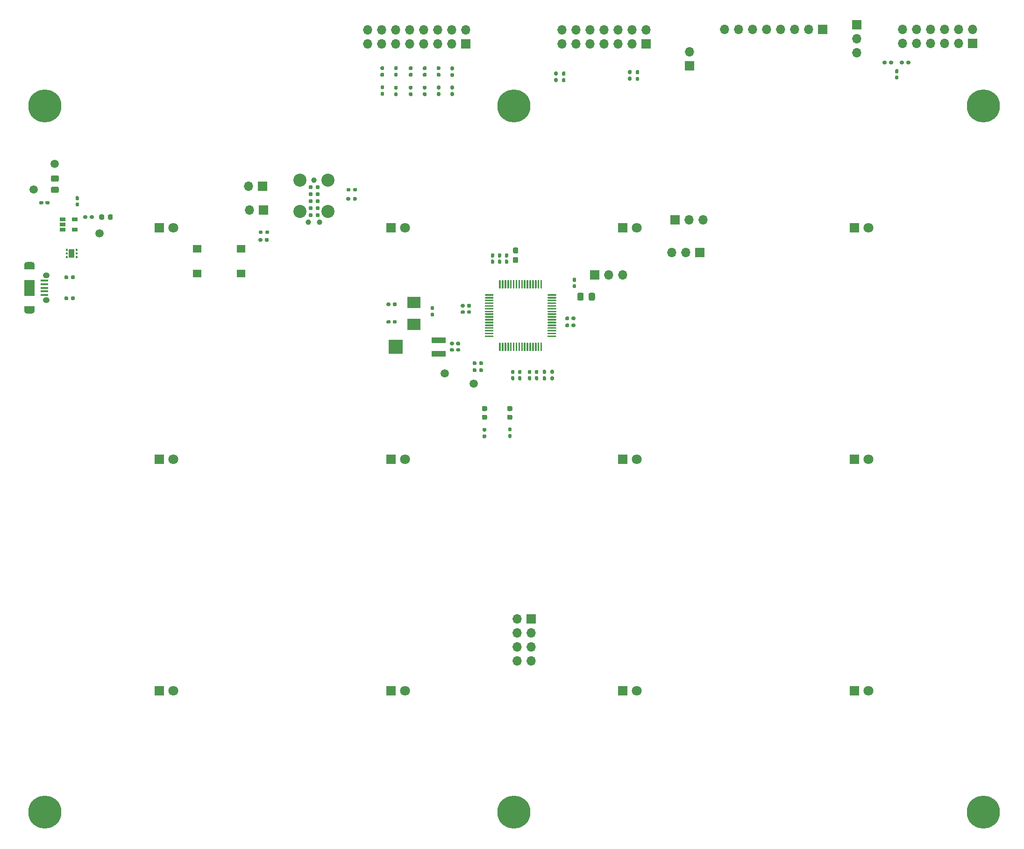
<source format=gbs>
G04 #@! TF.GenerationSoftware,KiCad,Pcbnew,(5.1.9)-1*
G04 #@! TF.CreationDate,2021-06-08T08:05:02+01:00*
G04 #@! TF.ProjectId,LED_Board,4c45445f-426f-4617-9264-2e6b69636164,rev?*
G04 #@! TF.SameCoordinates,Original*
G04 #@! TF.FileFunction,Soldermask,Bot*
G04 #@! TF.FilePolarity,Negative*
%FSLAX46Y46*%
G04 Gerber Fmt 4.6, Leading zero omitted, Abs format (unit mm)*
G04 Created by KiCad (PCBNEW (5.1.9)-1) date 2021-06-08 08:05:02*
%MOMM*%
%LPD*%
G01*
G04 APERTURE LIST*
%ADD10O,1.250000X1.050000*%
%ADD11R,1.350000X0.400000*%
%ADD12O,1.900000X1.000000*%
%ADD13R,1.900000X2.900000*%
%ADD14R,1.900000X0.875000*%
%ADD15R,1.700000X1.700000*%
%ADD16O,1.700000X1.700000*%
%ADD17C,1.800000*%
%ADD18R,1.800000X1.800000*%
%ADD19C,0.990600*%
%ADD20C,2.374900*%
%ADD21C,0.787400*%
%ADD22C,1.500000*%
%ADD23R,1.060000X0.650000*%
%ADD24R,1.000000X1.600000*%
%ADD25R,2.500000X2.500000*%
%ADD26R,2.500000X1.000000*%
%ADD27R,2.400000X2.000000*%
%ADD28C,0.800000*%
%ADD29C,6.000000*%
%ADD30R,1.600000X1.400000*%
G04 APERTURE END LIST*
D10*
X73942200Y-132819100D03*
D11*
X73617200Y-131894100D03*
X73617200Y-131244100D03*
X73617200Y-130594100D03*
X73617200Y-129294100D03*
D10*
X73942200Y-128369100D03*
D12*
X70942200Y-134769100D03*
X70942200Y-126419100D03*
D11*
X73617200Y-129944100D03*
D13*
X70942200Y-130594100D03*
D14*
X70942200Y-126856600D03*
X70942200Y-134331600D03*
D15*
X161848800Y-190652400D03*
D16*
X159308800Y-190652400D03*
X161848800Y-193192400D03*
X159308800Y-193192400D03*
X161848800Y-195732400D03*
X159308800Y-195732400D03*
X161848800Y-198272400D03*
X159308800Y-198272400D03*
G36*
G01*
X166491900Y-93284000D02*
X166171900Y-93284000D01*
G75*
G02*
X166011900Y-93124000I0J160000D01*
G01*
X166011900Y-92729000D01*
G75*
G02*
X166171900Y-92569000I160000J0D01*
G01*
X166491900Y-92569000D01*
G75*
G02*
X166651900Y-92729000I0J-160000D01*
G01*
X166651900Y-93124000D01*
G75*
G02*
X166491900Y-93284000I-160000J0D01*
G01*
G37*
G36*
G01*
X166491900Y-92089000D02*
X166171900Y-92089000D01*
G75*
G02*
X166011900Y-91929000I0J160000D01*
G01*
X166011900Y-91534000D01*
G75*
G02*
X166171900Y-91374000I160000J0D01*
G01*
X166491900Y-91374000D01*
G75*
G02*
X166651900Y-91534000I0J-160000D01*
G01*
X166651900Y-91929000D01*
G75*
G02*
X166491900Y-92089000I-160000J0D01*
G01*
G37*
G36*
G01*
X167568900Y-92569000D02*
X167888900Y-92569000D01*
G75*
G02*
X168048900Y-92729000I0J-160000D01*
G01*
X168048900Y-93124000D01*
G75*
G02*
X167888900Y-93284000I-160000J0D01*
G01*
X167568900Y-93284000D01*
G75*
G02*
X167408900Y-93124000I0J160000D01*
G01*
X167408900Y-92729000D01*
G75*
G02*
X167568900Y-92569000I160000J0D01*
G01*
G37*
G36*
G01*
X167568900Y-91374000D02*
X167888900Y-91374000D01*
G75*
G02*
X168048900Y-91534000I0J-160000D01*
G01*
X168048900Y-91929000D01*
G75*
G02*
X167888900Y-92089000I-160000J0D01*
G01*
X167568900Y-92089000D01*
G75*
G02*
X167408900Y-91929000I0J160000D01*
G01*
X167408900Y-91534000D01*
G75*
G02*
X167568900Y-91374000I160000J0D01*
G01*
G37*
G36*
G01*
X169135400Y-136299000D02*
X169135400Y-135989000D01*
G75*
G02*
X169290400Y-135834000I155000J0D01*
G01*
X169715400Y-135834000D01*
G75*
G02*
X169870400Y-135989000I0J-155000D01*
G01*
X169870400Y-136299000D01*
G75*
G02*
X169715400Y-136454000I-155000J0D01*
G01*
X169290400Y-136454000D01*
G75*
G02*
X169135400Y-136299000I0J155000D01*
G01*
G37*
G36*
G01*
X168000400Y-136299000D02*
X168000400Y-135989000D01*
G75*
G02*
X168155400Y-135834000I155000J0D01*
G01*
X168580400Y-135834000D01*
G75*
G02*
X168735400Y-135989000I0J-155000D01*
G01*
X168735400Y-136299000D01*
G75*
G02*
X168580400Y-136454000I-155000J0D01*
G01*
X168155400Y-136454000D01*
G75*
G02*
X168000400Y-136299000I0J155000D01*
G01*
G37*
G36*
G01*
X149812400Y-134846000D02*
X149812400Y-135156000D01*
G75*
G02*
X149657400Y-135311000I-155000J0D01*
G01*
X149232400Y-135311000D01*
G75*
G02*
X149077400Y-135156000I0J155000D01*
G01*
X149077400Y-134846000D01*
G75*
G02*
X149232400Y-134691000I155000J0D01*
G01*
X149657400Y-134691000D01*
G75*
G02*
X149812400Y-134846000I0J-155000D01*
G01*
G37*
G36*
G01*
X150947400Y-134846000D02*
X150947400Y-135156000D01*
G75*
G02*
X150792400Y-135311000I-155000J0D01*
G01*
X150367400Y-135311000D01*
G75*
G02*
X150212400Y-135156000I0J155000D01*
G01*
X150212400Y-134846000D01*
G75*
G02*
X150367400Y-134691000I155000J0D01*
G01*
X150792400Y-134691000D01*
G75*
G02*
X150947400Y-134846000I0J-155000D01*
G01*
G37*
G36*
G01*
X168000400Y-137569000D02*
X168000400Y-137259000D01*
G75*
G02*
X168155400Y-137104000I155000J0D01*
G01*
X168580400Y-137104000D01*
G75*
G02*
X168735400Y-137259000I0J-155000D01*
G01*
X168735400Y-137569000D01*
G75*
G02*
X168580400Y-137724000I-155000J0D01*
G01*
X168155400Y-137724000D01*
G75*
G02*
X168000400Y-137569000I0J155000D01*
G01*
G37*
G36*
G01*
X169135400Y-137569000D02*
X169135400Y-137259000D01*
G75*
G02*
X169290400Y-137104000I155000J0D01*
G01*
X169715400Y-137104000D01*
G75*
G02*
X169870400Y-137259000I0J-155000D01*
G01*
X169870400Y-137569000D01*
G75*
G02*
X169715400Y-137724000I-155000J0D01*
G01*
X169290400Y-137724000D01*
G75*
G02*
X169135400Y-137569000I0J155000D01*
G01*
G37*
G36*
G01*
X158366400Y-146631000D02*
X158676400Y-146631000D01*
G75*
G02*
X158831400Y-146786000I0J-155000D01*
G01*
X158831400Y-147211000D01*
G75*
G02*
X158676400Y-147366000I-155000J0D01*
G01*
X158366400Y-147366000D01*
G75*
G02*
X158211400Y-147211000I0J155000D01*
G01*
X158211400Y-146786000D01*
G75*
G02*
X158366400Y-146631000I155000J0D01*
G01*
G37*
G36*
G01*
X158366400Y-145496000D02*
X158676400Y-145496000D01*
G75*
G02*
X158831400Y-145651000I0J-155000D01*
G01*
X158831400Y-146076000D01*
G75*
G02*
X158676400Y-146231000I-155000J0D01*
G01*
X158366400Y-146231000D01*
G75*
G02*
X158211400Y-146076000I0J155000D01*
G01*
X158211400Y-145651000D01*
G75*
G02*
X158366400Y-145496000I155000J0D01*
G01*
G37*
G36*
G01*
X137485400Y-136624000D02*
X137485400Y-136934000D01*
G75*
G02*
X137330400Y-137089000I-155000J0D01*
G01*
X136905400Y-137089000D01*
G75*
G02*
X136750400Y-136934000I0J155000D01*
G01*
X136750400Y-136624000D01*
G75*
G02*
X136905400Y-136469000I155000J0D01*
G01*
X137330400Y-136469000D01*
G75*
G02*
X137485400Y-136624000I0J-155000D01*
G01*
G37*
G36*
G01*
X136350400Y-136624000D02*
X136350400Y-136934000D01*
G75*
G02*
X136195400Y-137089000I-155000J0D01*
G01*
X135770400Y-137089000D01*
G75*
G02*
X135615400Y-136934000I0J155000D01*
G01*
X135615400Y-136624000D01*
G75*
G02*
X135770400Y-136469000I155000J0D01*
G01*
X136195400Y-136469000D01*
G75*
G02*
X136350400Y-136624000I0J-155000D01*
G01*
G37*
G36*
G01*
X159254200Y-126089700D02*
X158779200Y-126089700D01*
G75*
G02*
X158541700Y-125852200I0J237500D01*
G01*
X158541700Y-125252200D01*
G75*
G02*
X158779200Y-125014700I237500J0D01*
G01*
X159254200Y-125014700D01*
G75*
G02*
X159491700Y-125252200I0J-237500D01*
G01*
X159491700Y-125852200D01*
G75*
G02*
X159254200Y-126089700I-237500J0D01*
G01*
G37*
G36*
G01*
X159254200Y-124364700D02*
X158779200Y-124364700D01*
G75*
G02*
X158541700Y-124127200I0J237500D01*
G01*
X158541700Y-123527200D01*
G75*
G02*
X158779200Y-123289700I237500J0D01*
G01*
X159254200Y-123289700D01*
G75*
G02*
X159491700Y-123527200I0J-237500D01*
G01*
X159491700Y-124127200D01*
G75*
G02*
X159254200Y-124364700I-237500J0D01*
G01*
G37*
G36*
G01*
X136350400Y-133449000D02*
X136350400Y-133759000D01*
G75*
G02*
X136195400Y-133914000I-155000J0D01*
G01*
X135770400Y-133914000D01*
G75*
G02*
X135615400Y-133759000I0J155000D01*
G01*
X135615400Y-133449000D01*
G75*
G02*
X135770400Y-133294000I155000J0D01*
G01*
X136195400Y-133294000D01*
G75*
G02*
X136350400Y-133449000I0J-155000D01*
G01*
G37*
G36*
G01*
X137485400Y-133449000D02*
X137485400Y-133759000D01*
G75*
G02*
X137330400Y-133914000I-155000J0D01*
G01*
X136905400Y-133914000D01*
G75*
G02*
X136750400Y-133759000I0J155000D01*
G01*
X136750400Y-133449000D01*
G75*
G02*
X136905400Y-133294000I155000J0D01*
G01*
X137330400Y-133294000D01*
G75*
G02*
X137485400Y-133449000I0J-155000D01*
G01*
G37*
G36*
G01*
X148247900Y-142014000D02*
X148247900Y-141704000D01*
G75*
G02*
X148402900Y-141549000I155000J0D01*
G01*
X148827900Y-141549000D01*
G75*
G02*
X148982900Y-141704000I0J-155000D01*
G01*
X148982900Y-142014000D01*
G75*
G02*
X148827900Y-142169000I-155000J0D01*
G01*
X148402900Y-142169000D01*
G75*
G02*
X148247900Y-142014000I0J155000D01*
G01*
G37*
G36*
G01*
X147112900Y-142014000D02*
X147112900Y-141704000D01*
G75*
G02*
X147267900Y-141549000I155000J0D01*
G01*
X147692900Y-141549000D01*
G75*
G02*
X147847900Y-141704000I0J-155000D01*
G01*
X147847900Y-142014000D01*
G75*
G02*
X147692900Y-142169000I-155000J0D01*
G01*
X147267900Y-142169000D01*
G75*
G02*
X147112900Y-142014000I0J155000D01*
G01*
G37*
G36*
G01*
X162684400Y-146631000D02*
X162994400Y-146631000D01*
G75*
G02*
X163149400Y-146786000I0J-155000D01*
G01*
X163149400Y-147211000D01*
G75*
G02*
X162994400Y-147366000I-155000J0D01*
G01*
X162684400Y-147366000D01*
G75*
G02*
X162529400Y-147211000I0J155000D01*
G01*
X162529400Y-146786000D01*
G75*
G02*
X162684400Y-146631000I155000J0D01*
G01*
G37*
G36*
G01*
X162684400Y-145496000D02*
X162994400Y-145496000D01*
G75*
G02*
X163149400Y-145651000I0J-155000D01*
G01*
X163149400Y-146076000D01*
G75*
G02*
X162994400Y-146231000I-155000J0D01*
G01*
X162684400Y-146231000D01*
G75*
G02*
X162529400Y-146076000I0J155000D01*
G01*
X162529400Y-145651000D01*
G75*
G02*
X162684400Y-145496000I155000J0D01*
G01*
G37*
G36*
G01*
X148974900Y-140561000D02*
X148974900Y-140871000D01*
G75*
G02*
X148819900Y-141026000I-155000J0D01*
G01*
X148394900Y-141026000D01*
G75*
G02*
X148239900Y-140871000I0J155000D01*
G01*
X148239900Y-140561000D01*
G75*
G02*
X148394900Y-140406000I155000J0D01*
G01*
X148819900Y-140406000D01*
G75*
G02*
X148974900Y-140561000I0J-155000D01*
G01*
G37*
G36*
G01*
X147839900Y-140561000D02*
X147839900Y-140871000D01*
G75*
G02*
X147684900Y-141026000I-155000J0D01*
G01*
X147259900Y-141026000D01*
G75*
G02*
X147104900Y-140871000I0J155000D01*
G01*
X147104900Y-140561000D01*
G75*
G02*
X147259900Y-140406000I155000J0D01*
G01*
X147684900Y-140406000D01*
G75*
G02*
X147839900Y-140561000I0J-155000D01*
G01*
G37*
G36*
G01*
X157520700Y-126233200D02*
X157210700Y-126233200D01*
G75*
G02*
X157055700Y-126078200I0J155000D01*
G01*
X157055700Y-125653200D01*
G75*
G02*
X157210700Y-125498200I155000J0D01*
G01*
X157520700Y-125498200D01*
G75*
G02*
X157675700Y-125653200I0J-155000D01*
G01*
X157675700Y-126078200D01*
G75*
G02*
X157520700Y-126233200I-155000J0D01*
G01*
G37*
G36*
G01*
X157520700Y-125098200D02*
X157210700Y-125098200D01*
G75*
G02*
X157055700Y-124943200I0J155000D01*
G01*
X157055700Y-124518200D01*
G75*
G02*
X157210700Y-124363200I155000J0D01*
G01*
X157520700Y-124363200D01*
G75*
G02*
X157675700Y-124518200I0J-155000D01*
G01*
X157675700Y-124943200D01*
G75*
G02*
X157520700Y-125098200I-155000J0D01*
G01*
G37*
G36*
G01*
X161414400Y-146631000D02*
X161724400Y-146631000D01*
G75*
G02*
X161879400Y-146786000I0J-155000D01*
G01*
X161879400Y-147211000D01*
G75*
G02*
X161724400Y-147366000I-155000J0D01*
G01*
X161414400Y-147366000D01*
G75*
G02*
X161259400Y-147211000I0J155000D01*
G01*
X161259400Y-146786000D01*
G75*
G02*
X161414400Y-146631000I155000J0D01*
G01*
G37*
G36*
G01*
X161414400Y-145496000D02*
X161724400Y-145496000D01*
G75*
G02*
X161879400Y-145651000I0J-155000D01*
G01*
X161879400Y-146076000D01*
G75*
G02*
X161724400Y-146231000I-155000J0D01*
G01*
X161414400Y-146231000D01*
G75*
G02*
X161259400Y-146076000I0J155000D01*
G01*
X161259400Y-145651000D01*
G75*
G02*
X161414400Y-145496000I155000J0D01*
G01*
G37*
G36*
G01*
X169827000Y-130652800D02*
X169517000Y-130652800D01*
G75*
G02*
X169362000Y-130497800I0J155000D01*
G01*
X169362000Y-130072800D01*
G75*
G02*
X169517000Y-129917800I155000J0D01*
G01*
X169827000Y-129917800D01*
G75*
G02*
X169982000Y-130072800I0J-155000D01*
G01*
X169982000Y-130497800D01*
G75*
G02*
X169827000Y-130652800I-155000J0D01*
G01*
G37*
G36*
G01*
X169827000Y-129517800D02*
X169517000Y-129517800D01*
G75*
G02*
X169362000Y-129362800I0J155000D01*
G01*
X169362000Y-128937800D01*
G75*
G02*
X169517000Y-128782800I155000J0D01*
G01*
X169827000Y-128782800D01*
G75*
G02*
X169982000Y-128937800I0J-155000D01*
G01*
X169982000Y-129362800D01*
G75*
G02*
X169827000Y-129517800I-155000J0D01*
G01*
G37*
G36*
G01*
X156250700Y-126233200D02*
X155940700Y-126233200D01*
G75*
G02*
X155785700Y-126078200I0J155000D01*
G01*
X155785700Y-125653200D01*
G75*
G02*
X155940700Y-125498200I155000J0D01*
G01*
X156250700Y-125498200D01*
G75*
G02*
X156405700Y-125653200I0J-155000D01*
G01*
X156405700Y-126078200D01*
G75*
G02*
X156250700Y-126233200I-155000J0D01*
G01*
G37*
G36*
G01*
X156250700Y-125098200D02*
X155940700Y-125098200D01*
G75*
G02*
X155785700Y-124943200I0J155000D01*
G01*
X155785700Y-124518200D01*
G75*
G02*
X155940700Y-124363200I155000J0D01*
G01*
X156250700Y-124363200D01*
G75*
G02*
X156405700Y-124518200I0J-155000D01*
G01*
X156405700Y-124943200D01*
G75*
G02*
X156250700Y-125098200I-155000J0D01*
G01*
G37*
G36*
G01*
X150947400Y-133703000D02*
X150947400Y-134013000D01*
G75*
G02*
X150792400Y-134168000I-155000J0D01*
G01*
X150367400Y-134168000D01*
G75*
G02*
X150212400Y-134013000I0J155000D01*
G01*
X150212400Y-133703000D01*
G75*
G02*
X150367400Y-133548000I155000J0D01*
G01*
X150792400Y-133548000D01*
G75*
G02*
X150947400Y-133703000I0J-155000D01*
G01*
G37*
G36*
G01*
X149812400Y-133703000D02*
X149812400Y-134013000D01*
G75*
G02*
X149657400Y-134168000I-155000J0D01*
G01*
X149232400Y-134168000D01*
G75*
G02*
X149077400Y-134013000I0J155000D01*
G01*
X149077400Y-133703000D01*
G75*
G02*
X149232400Y-133548000I155000J0D01*
G01*
X149657400Y-133548000D01*
G75*
G02*
X149812400Y-133703000I0J-155000D01*
G01*
G37*
G36*
G01*
X159636400Y-146631000D02*
X159946400Y-146631000D01*
G75*
G02*
X160101400Y-146786000I0J-155000D01*
G01*
X160101400Y-147211000D01*
G75*
G02*
X159946400Y-147366000I-155000J0D01*
G01*
X159636400Y-147366000D01*
G75*
G02*
X159481400Y-147211000I0J155000D01*
G01*
X159481400Y-146786000D01*
G75*
G02*
X159636400Y-146631000I155000J0D01*
G01*
G37*
G36*
G01*
X159636400Y-145496000D02*
X159946400Y-145496000D01*
G75*
G02*
X160101400Y-145651000I0J-155000D01*
G01*
X160101400Y-146076000D01*
G75*
G02*
X159946400Y-146231000I-155000J0D01*
G01*
X159636400Y-146231000D01*
G75*
G02*
X159481400Y-146076000I0J155000D01*
G01*
X159481400Y-145651000D01*
G75*
G02*
X159636400Y-145496000I155000J0D01*
G01*
G37*
G36*
G01*
X227937000Y-90949500D02*
X228247000Y-90949500D01*
G75*
G02*
X228402000Y-91104500I0J-155000D01*
G01*
X228402000Y-91529500D01*
G75*
G02*
X228247000Y-91684500I-155000J0D01*
G01*
X227937000Y-91684500D01*
G75*
G02*
X227782000Y-91529500I0J155000D01*
G01*
X227782000Y-91104500D01*
G75*
G02*
X227937000Y-90949500I155000J0D01*
G01*
G37*
G36*
G01*
X227937000Y-92084500D02*
X228247000Y-92084500D01*
G75*
G02*
X228402000Y-92239500I0J-155000D01*
G01*
X228402000Y-92664500D01*
G75*
G02*
X228247000Y-92819500I-155000J0D01*
G01*
X227937000Y-92819500D01*
G75*
G02*
X227782000Y-92664500I0J155000D01*
G01*
X227782000Y-92239500D01*
G75*
G02*
X227937000Y-92084500I155000J0D01*
G01*
G37*
G36*
G01*
X154980700Y-126233200D02*
X154670700Y-126233200D01*
G75*
G02*
X154515700Y-126078200I0J155000D01*
G01*
X154515700Y-125653200D01*
G75*
G02*
X154670700Y-125498200I155000J0D01*
G01*
X154980700Y-125498200D01*
G75*
G02*
X155135700Y-125653200I0J-155000D01*
G01*
X155135700Y-126078200D01*
G75*
G02*
X154980700Y-126233200I-155000J0D01*
G01*
G37*
G36*
G01*
X154980700Y-125098200D02*
X154670700Y-125098200D01*
G75*
G02*
X154515700Y-124943200I0J155000D01*
G01*
X154515700Y-124518200D01*
G75*
G02*
X154670700Y-124363200I155000J0D01*
G01*
X154980700Y-124363200D01*
G75*
G02*
X155135700Y-124518200I0J-155000D01*
G01*
X155135700Y-124943200D01*
G75*
G02*
X154980700Y-125098200I-155000J0D01*
G01*
G37*
G36*
G01*
X79733200Y-115844600D02*
X79423200Y-115844600D01*
G75*
G02*
X79268200Y-115689600I0J155000D01*
G01*
X79268200Y-115264600D01*
G75*
G02*
X79423200Y-115109600I155000J0D01*
G01*
X79733200Y-115109600D01*
G75*
G02*
X79888200Y-115264600I0J-155000D01*
G01*
X79888200Y-115689600D01*
G75*
G02*
X79733200Y-115844600I-155000J0D01*
G01*
G37*
G36*
G01*
X79733200Y-114709600D02*
X79423200Y-114709600D01*
G75*
G02*
X79268200Y-114554600I0J155000D01*
G01*
X79268200Y-114129600D01*
G75*
G02*
X79423200Y-113974600I155000J0D01*
G01*
X79733200Y-113974600D01*
G75*
G02*
X79888200Y-114129600I0J-155000D01*
G01*
X79888200Y-114554600D01*
G75*
G02*
X79733200Y-114709600I-155000J0D01*
G01*
G37*
G36*
G01*
X73409200Y-115008600D02*
X73409200Y-115318600D01*
G75*
G02*
X73254200Y-115473600I-155000J0D01*
G01*
X72829200Y-115473600D01*
G75*
G02*
X72674200Y-115318600I0J155000D01*
G01*
X72674200Y-115008600D01*
G75*
G02*
X72829200Y-114853600I155000J0D01*
G01*
X73254200Y-114853600D01*
G75*
G02*
X73409200Y-115008600I0J-155000D01*
G01*
G37*
G36*
G01*
X74544200Y-115008600D02*
X74544200Y-115318600D01*
G75*
G02*
X74389200Y-115473600I-155000J0D01*
G01*
X73964200Y-115473600D01*
G75*
G02*
X73809200Y-115318600I0J155000D01*
G01*
X73809200Y-115008600D01*
G75*
G02*
X73964200Y-114853600I155000J0D01*
G01*
X74389200Y-114853600D01*
G75*
G02*
X74544200Y-115008600I0J-155000D01*
G01*
G37*
G36*
G01*
X112416500Y-122075000D02*
X112416500Y-121765000D01*
G75*
G02*
X112571500Y-121610000I155000J0D01*
G01*
X112996500Y-121610000D01*
G75*
G02*
X113151500Y-121765000I0J-155000D01*
G01*
X113151500Y-122075000D01*
G75*
G02*
X112996500Y-122230000I-155000J0D01*
G01*
X112571500Y-122230000D01*
G75*
G02*
X112416500Y-122075000I0J155000D01*
G01*
G37*
G36*
G01*
X113551500Y-122075000D02*
X113551500Y-121765000D01*
G75*
G02*
X113706500Y-121610000I155000J0D01*
G01*
X114131500Y-121610000D01*
G75*
G02*
X114286500Y-121765000I0J-155000D01*
G01*
X114286500Y-122075000D01*
G75*
G02*
X114131500Y-122230000I-155000J0D01*
G01*
X113706500Y-122230000D01*
G75*
G02*
X113551500Y-122075000I0J155000D01*
G01*
G37*
D17*
X96992800Y-119690200D03*
D18*
X94452800Y-119690200D03*
D17*
X138992800Y-119690200D03*
D18*
X136452800Y-119690200D03*
X178452800Y-119690200D03*
D17*
X180992800Y-119690200D03*
D18*
X220452800Y-119690200D03*
D17*
X222992800Y-119690200D03*
D18*
X94452800Y-161690200D03*
D17*
X96992800Y-161690200D03*
X138992800Y-161690200D03*
D18*
X136452800Y-161690200D03*
D17*
X180992800Y-161690200D03*
D18*
X178452800Y-161690200D03*
D17*
X222992800Y-161690200D03*
D18*
X220452800Y-161690200D03*
D17*
X96992800Y-203690200D03*
D18*
X94452800Y-203690200D03*
X136452800Y-203690200D03*
D17*
X138992800Y-203690200D03*
D18*
X178452800Y-203690200D03*
D17*
X180992800Y-203690200D03*
D18*
X220452800Y-203690200D03*
D17*
X222992800Y-203690200D03*
G36*
G01*
X158218850Y-154514000D02*
X157706350Y-154514000D01*
G75*
G02*
X157487600Y-154295250I0J218750D01*
G01*
X157487600Y-153857750D01*
G75*
G02*
X157706350Y-153639000I218750J0D01*
G01*
X158218850Y-153639000D01*
G75*
G02*
X158437600Y-153857750I0J-218750D01*
G01*
X158437600Y-154295250D01*
G75*
G02*
X158218850Y-154514000I-218750J0D01*
G01*
G37*
G36*
G01*
X158218850Y-152939000D02*
X157706350Y-152939000D01*
G75*
G02*
X157487600Y-152720250I0J218750D01*
G01*
X157487600Y-152282750D01*
G75*
G02*
X157706350Y-152064000I218750J0D01*
G01*
X158218850Y-152064000D01*
G75*
G02*
X158437600Y-152282750I0J-218750D01*
G01*
X158437600Y-152720250D01*
G75*
G02*
X158218850Y-152939000I-218750J0D01*
G01*
G37*
G36*
G01*
X153646850Y-152939000D02*
X153134350Y-152939000D01*
G75*
G02*
X152915600Y-152720250I0J218750D01*
G01*
X152915600Y-152282750D01*
G75*
G02*
X153134350Y-152064000I218750J0D01*
G01*
X153646850Y-152064000D01*
G75*
G02*
X153865600Y-152282750I0J-218750D01*
G01*
X153865600Y-152720250D01*
G75*
G02*
X153646850Y-152939000I-218750J0D01*
G01*
G37*
G36*
G01*
X153646850Y-154514000D02*
X153134350Y-154514000D01*
G75*
G02*
X152915600Y-154295250I0J218750D01*
G01*
X152915600Y-153857750D01*
G75*
G02*
X153134350Y-153639000I218750J0D01*
G01*
X153646850Y-153639000D01*
G75*
G02*
X153865600Y-153857750I0J-218750D01*
G01*
X153865600Y-154295250D01*
G75*
G02*
X153646850Y-154514000I-218750J0D01*
G01*
G37*
G36*
G01*
X86010200Y-117510850D02*
X86010200Y-118023350D01*
G75*
G02*
X85791450Y-118242100I-218750J0D01*
G01*
X85353950Y-118242100D01*
G75*
G02*
X85135200Y-118023350I0J218750D01*
G01*
X85135200Y-117510850D01*
G75*
G02*
X85353950Y-117292100I218750J0D01*
G01*
X85791450Y-117292100D01*
G75*
G02*
X86010200Y-117510850I0J-218750D01*
G01*
G37*
G36*
G01*
X84435200Y-117510850D02*
X84435200Y-118023350D01*
G75*
G02*
X84216450Y-118242100I-218750J0D01*
G01*
X83778950Y-118242100D01*
G75*
G02*
X83560200Y-118023350I0J218750D01*
G01*
X83560200Y-117510850D01*
G75*
G02*
X83778950Y-117292100I218750J0D01*
G01*
X84216450Y-117292100D01*
G75*
G02*
X84435200Y-117510850I0J-218750D01*
G01*
G37*
G36*
G01*
X171355600Y-131756999D02*
X171355600Y-132657001D01*
G75*
G02*
X171105601Y-132907000I-249999J0D01*
G01*
X170455599Y-132907000D01*
G75*
G02*
X170205600Y-132657001I0J249999D01*
G01*
X170205600Y-131756999D01*
G75*
G02*
X170455599Y-131507000I249999J0D01*
G01*
X171105601Y-131507000D01*
G75*
G02*
X171355600Y-131756999I0J-249999D01*
G01*
G37*
G36*
G01*
X173405600Y-131756999D02*
X173405600Y-132657001D01*
G75*
G02*
X173155601Y-132907000I-249999J0D01*
G01*
X172505599Y-132907000D01*
G75*
G02*
X172255600Y-132657001I0J249999D01*
G01*
X172255600Y-131756999D01*
G75*
G02*
X172505599Y-131507000I249999J0D01*
G01*
X173155601Y-131507000D01*
G75*
G02*
X173405600Y-131756999I0J-249999D01*
G01*
G37*
G36*
G01*
X75064199Y-110198100D02*
X75964201Y-110198100D01*
G75*
G02*
X76214200Y-110448099I0J-249999D01*
G01*
X76214200Y-111098101D01*
G75*
G02*
X75964201Y-111348100I-249999J0D01*
G01*
X75064199Y-111348100D01*
G75*
G02*
X74814200Y-111098101I0J249999D01*
G01*
X74814200Y-110448099D01*
G75*
G02*
X75064199Y-110198100I249999J0D01*
G01*
G37*
G36*
G01*
X75064199Y-112248100D02*
X75964201Y-112248100D01*
G75*
G02*
X76214200Y-112498099I0J-249999D01*
G01*
X76214200Y-113148101D01*
G75*
G02*
X75964201Y-113398100I-249999J0D01*
G01*
X75064199Y-113398100D01*
G75*
G02*
X74814200Y-113148101I0J249999D01*
G01*
X74814200Y-112498099D01*
G75*
G02*
X75064199Y-112248100I249999J0D01*
G01*
G37*
D15*
X182651400Y-86321900D03*
D16*
X182651400Y-83781900D03*
X180111400Y-86321900D03*
X180111400Y-83781900D03*
X177571400Y-86321900D03*
X177571400Y-83781900D03*
X175031400Y-86321900D03*
X175031400Y-83781900D03*
X172491400Y-86321900D03*
X172491400Y-83781900D03*
X169951400Y-86321900D03*
X169951400Y-83781900D03*
X167411400Y-86321900D03*
X167411400Y-83781900D03*
X187325000Y-124206000D03*
X189865000Y-124206000D03*
D15*
X192405000Y-124206000D03*
X150012400Y-86321900D03*
D16*
X150012400Y-83781900D03*
X147472400Y-86321900D03*
X147472400Y-83781900D03*
X144932400Y-86321900D03*
X144932400Y-83781900D03*
X142392400Y-86321900D03*
X142392400Y-83781900D03*
X139852400Y-86321900D03*
X139852400Y-83781900D03*
X137312400Y-86321900D03*
X137312400Y-83781900D03*
X134772400Y-86321900D03*
X134772400Y-83781900D03*
X132232400Y-86321900D03*
X132232400Y-83781900D03*
D15*
X187896500Y-118300500D03*
D16*
X190436500Y-118300500D03*
X192976500Y-118300500D03*
D15*
X214693500Y-83756500D03*
D16*
X212153500Y-83756500D03*
X209613500Y-83756500D03*
X207073500Y-83756500D03*
X204533500Y-83756500D03*
X201993500Y-83756500D03*
X199453500Y-83756500D03*
X196913500Y-83756500D03*
D19*
X122491500Y-111061500D03*
X121476500Y-118681500D03*
X123506500Y-118681500D03*
D20*
X119951500Y-111061500D03*
X119951500Y-116776500D03*
X125031500Y-111061500D03*
X125031500Y-116776500D03*
D21*
X123126500Y-112331500D03*
X123126500Y-113601500D03*
X123126500Y-114871500D03*
X123126500Y-116141500D03*
X123126500Y-117411500D03*
X121856500Y-117411500D03*
X121856500Y-116141500D03*
X121856500Y-114871500D03*
X121856500Y-113601500D03*
X121856500Y-112331500D03*
D15*
X113284000Y-116522500D03*
D16*
X110744000Y-116522500D03*
X110655100Y-112204500D03*
D15*
X113195100Y-112204500D03*
G36*
G01*
X165793400Y-146191000D02*
X165473400Y-146191000D01*
G75*
G02*
X165313400Y-146031000I0J160000D01*
G01*
X165313400Y-145636000D01*
G75*
G02*
X165473400Y-145476000I160000J0D01*
G01*
X165793400Y-145476000D01*
G75*
G02*
X165953400Y-145636000I0J-160000D01*
G01*
X165953400Y-146031000D01*
G75*
G02*
X165793400Y-146191000I-160000J0D01*
G01*
G37*
G36*
G01*
X165793400Y-147386000D02*
X165473400Y-147386000D01*
G75*
G02*
X165313400Y-147226000I0J160000D01*
G01*
X165313400Y-146831000D01*
G75*
G02*
X165473400Y-146671000I160000J0D01*
G01*
X165793400Y-146671000D01*
G75*
G02*
X165953400Y-146831000I0J-160000D01*
G01*
X165953400Y-147226000D01*
G75*
G02*
X165793400Y-147386000I-160000J0D01*
G01*
G37*
G36*
G01*
X180954700Y-91132100D02*
X181274700Y-91132100D01*
G75*
G02*
X181434700Y-91292100I0J-160000D01*
G01*
X181434700Y-91687100D01*
G75*
G02*
X181274700Y-91847100I-160000J0D01*
G01*
X180954700Y-91847100D01*
G75*
G02*
X180794700Y-91687100I0J160000D01*
G01*
X180794700Y-91292100D01*
G75*
G02*
X180954700Y-91132100I160000J0D01*
G01*
G37*
G36*
G01*
X180954700Y-92327100D02*
X181274700Y-92327100D01*
G75*
G02*
X181434700Y-92487100I0J-160000D01*
G01*
X181434700Y-92882100D01*
G75*
G02*
X181274700Y-93042100I-160000J0D01*
G01*
X180954700Y-93042100D01*
G75*
G02*
X180794700Y-92882100I0J160000D01*
G01*
X180794700Y-92487100D01*
G75*
G02*
X180954700Y-92327100I160000J0D01*
G01*
G37*
G36*
G01*
X179877700Y-91809600D02*
X179557700Y-91809600D01*
G75*
G02*
X179397700Y-91649600I0J160000D01*
G01*
X179397700Y-91254600D01*
G75*
G02*
X179557700Y-91094600I160000J0D01*
G01*
X179877700Y-91094600D01*
G75*
G02*
X180037700Y-91254600I0J-160000D01*
G01*
X180037700Y-91649600D01*
G75*
G02*
X179877700Y-91809600I-160000J0D01*
G01*
G37*
G36*
G01*
X179877700Y-93004600D02*
X179557700Y-93004600D01*
G75*
G02*
X179397700Y-92844600I0J160000D01*
G01*
X179397700Y-92449600D01*
G75*
G02*
X179557700Y-92289600I160000J0D01*
G01*
X179877700Y-92289600D01*
G75*
G02*
X180037700Y-92449600I0J-160000D01*
G01*
X180037700Y-92844600D01*
G75*
G02*
X179877700Y-93004600I-160000J0D01*
G01*
G37*
G36*
G01*
X164396400Y-147386000D02*
X164076400Y-147386000D01*
G75*
G02*
X163916400Y-147226000I0J160000D01*
G01*
X163916400Y-146831000D01*
G75*
G02*
X164076400Y-146671000I160000J0D01*
G01*
X164396400Y-146671000D01*
G75*
G02*
X164556400Y-146831000I0J-160000D01*
G01*
X164556400Y-147226000D01*
G75*
G02*
X164396400Y-147386000I-160000J0D01*
G01*
G37*
G36*
G01*
X164396400Y-146191000D02*
X164076400Y-146191000D01*
G75*
G02*
X163916400Y-146031000I0J160000D01*
G01*
X163916400Y-145636000D01*
G75*
G02*
X164076400Y-145476000I160000J0D01*
G01*
X164396400Y-145476000D01*
G75*
G02*
X164556400Y-145636000I0J-160000D01*
G01*
X164556400Y-146031000D01*
G75*
G02*
X164396400Y-146191000I-160000J0D01*
G01*
G37*
G36*
G01*
X151216400Y-145702000D02*
X151216400Y-145382000D01*
G75*
G02*
X151376400Y-145222000I160000J0D01*
G01*
X151771400Y-145222000D01*
G75*
G02*
X151931400Y-145382000I0J-160000D01*
G01*
X151931400Y-145702000D01*
G75*
G02*
X151771400Y-145862000I-160000J0D01*
G01*
X151376400Y-145862000D01*
G75*
G02*
X151216400Y-145702000I0J160000D01*
G01*
G37*
G36*
G01*
X152411400Y-145702000D02*
X152411400Y-145382000D01*
G75*
G02*
X152571400Y-145222000I160000J0D01*
G01*
X152966400Y-145222000D01*
G75*
G02*
X153126400Y-145382000I0J-160000D01*
G01*
X153126400Y-145702000D01*
G75*
G02*
X152966400Y-145862000I-160000J0D01*
G01*
X152571400Y-145862000D01*
G75*
G02*
X152411400Y-145702000I0J160000D01*
G01*
G37*
G36*
G01*
X151931400Y-144112000D02*
X151931400Y-144432000D01*
G75*
G02*
X151771400Y-144592000I-160000J0D01*
G01*
X151376400Y-144592000D01*
G75*
G02*
X151216400Y-144432000I0J160000D01*
G01*
X151216400Y-144112000D01*
G75*
G02*
X151376400Y-143952000I160000J0D01*
G01*
X151771400Y-143952000D01*
G75*
G02*
X151931400Y-144112000I0J-160000D01*
G01*
G37*
G36*
G01*
X153126400Y-144112000D02*
X153126400Y-144432000D01*
G75*
G02*
X152966400Y-144592000I-160000J0D01*
G01*
X152571400Y-144592000D01*
G75*
G02*
X152411400Y-144432000I0J160000D01*
G01*
X152411400Y-144112000D01*
G75*
G02*
X152571400Y-143952000I160000J0D01*
G01*
X152966400Y-143952000D01*
G75*
G02*
X153126400Y-144112000I0J-160000D01*
G01*
G37*
G36*
G01*
X157828000Y-157135800D02*
X158148000Y-157135800D01*
G75*
G02*
X158308000Y-157295800I0J-160000D01*
G01*
X158308000Y-157690800D01*
G75*
G02*
X158148000Y-157850800I-160000J0D01*
G01*
X157828000Y-157850800D01*
G75*
G02*
X157668000Y-157690800I0J160000D01*
G01*
X157668000Y-157295800D01*
G75*
G02*
X157828000Y-157135800I160000J0D01*
G01*
G37*
G36*
G01*
X157828000Y-155940800D02*
X158148000Y-155940800D01*
G75*
G02*
X158308000Y-156100800I0J-160000D01*
G01*
X158308000Y-156495800D01*
G75*
G02*
X158148000Y-156655800I-160000J0D01*
G01*
X157828000Y-156655800D01*
G75*
G02*
X157668000Y-156495800I0J160000D01*
G01*
X157668000Y-156100800D01*
G75*
G02*
X157828000Y-155940800I160000J0D01*
G01*
G37*
G36*
G01*
X153205200Y-157186600D02*
X153525200Y-157186600D01*
G75*
G02*
X153685200Y-157346600I0J-160000D01*
G01*
X153685200Y-157741600D01*
G75*
G02*
X153525200Y-157901600I-160000J0D01*
G01*
X153205200Y-157901600D01*
G75*
G02*
X153045200Y-157741600I0J160000D01*
G01*
X153045200Y-157346600D01*
G75*
G02*
X153205200Y-157186600I160000J0D01*
G01*
G37*
G36*
G01*
X153205200Y-155991600D02*
X153525200Y-155991600D01*
G75*
G02*
X153685200Y-156151600I0J-160000D01*
G01*
X153685200Y-156546600D01*
G75*
G02*
X153525200Y-156706600I-160000J0D01*
G01*
X153205200Y-156706600D01*
G75*
G02*
X153045200Y-156546600I0J160000D01*
G01*
X153045200Y-156151600D01*
G75*
G02*
X153205200Y-155991600I160000J0D01*
G01*
G37*
G36*
G01*
X144076400Y-134634000D02*
X143756400Y-134634000D01*
G75*
G02*
X143596400Y-134474000I0J160000D01*
G01*
X143596400Y-134079000D01*
G75*
G02*
X143756400Y-133919000I160000J0D01*
G01*
X144076400Y-133919000D01*
G75*
G02*
X144236400Y-134079000I0J-160000D01*
G01*
X144236400Y-134474000D01*
G75*
G02*
X144076400Y-134634000I-160000J0D01*
G01*
G37*
G36*
G01*
X144076400Y-135829000D02*
X143756400Y-135829000D01*
G75*
G02*
X143596400Y-135669000I0J160000D01*
G01*
X143596400Y-135274000D01*
G75*
G02*
X143756400Y-135114000I160000J0D01*
G01*
X144076400Y-135114000D01*
G75*
G02*
X144236400Y-135274000I0J-160000D01*
G01*
X144236400Y-135669000D01*
G75*
G02*
X144076400Y-135829000I-160000J0D01*
G01*
G37*
G36*
G01*
X226718500Y-89885500D02*
X226718500Y-89565500D01*
G75*
G02*
X226878500Y-89405500I160000J0D01*
G01*
X227273500Y-89405500D01*
G75*
G02*
X227433500Y-89565500I0J-160000D01*
G01*
X227433500Y-89885500D01*
G75*
G02*
X227273500Y-90045500I-160000J0D01*
G01*
X226878500Y-90045500D01*
G75*
G02*
X226718500Y-89885500I0J160000D01*
G01*
G37*
G36*
G01*
X225523500Y-89885500D02*
X225523500Y-89565500D01*
G75*
G02*
X225683500Y-89405500I160000J0D01*
G01*
X226078500Y-89405500D01*
G75*
G02*
X226238500Y-89565500I0J-160000D01*
G01*
X226238500Y-89885500D01*
G75*
G02*
X226078500Y-90045500I-160000J0D01*
G01*
X225683500Y-90045500D01*
G75*
G02*
X225523500Y-89885500I0J160000D01*
G01*
G37*
G36*
G01*
X230571000Y-89565500D02*
X230571000Y-89885500D01*
G75*
G02*
X230411000Y-90045500I-160000J0D01*
G01*
X230016000Y-90045500D01*
G75*
G02*
X229856000Y-89885500I0J160000D01*
G01*
X229856000Y-89565500D01*
G75*
G02*
X230016000Y-89405500I160000J0D01*
G01*
X230411000Y-89405500D01*
G75*
G02*
X230571000Y-89565500I0J-160000D01*
G01*
G37*
G36*
G01*
X229376000Y-89565500D02*
X229376000Y-89885500D01*
G75*
G02*
X229216000Y-90045500I-160000J0D01*
G01*
X228821000Y-90045500D01*
G75*
G02*
X228661000Y-89885500I0J160000D01*
G01*
X228661000Y-89565500D01*
G75*
G02*
X228821000Y-89405500I160000J0D01*
G01*
X229216000Y-89405500D01*
G75*
G02*
X229376000Y-89565500I0J-160000D01*
G01*
G37*
G36*
G01*
X147708600Y-95811300D02*
X147388600Y-95811300D01*
G75*
G02*
X147228600Y-95651300I0J160000D01*
G01*
X147228600Y-95256300D01*
G75*
G02*
X147388600Y-95096300I160000J0D01*
G01*
X147708600Y-95096300D01*
G75*
G02*
X147868600Y-95256300I0J-160000D01*
G01*
X147868600Y-95651300D01*
G75*
G02*
X147708600Y-95811300I-160000J0D01*
G01*
G37*
G36*
G01*
X147708600Y-94616300D02*
X147388600Y-94616300D01*
G75*
G02*
X147228600Y-94456300I0J160000D01*
G01*
X147228600Y-94061300D01*
G75*
G02*
X147388600Y-93901300I160000J0D01*
G01*
X147708600Y-93901300D01*
G75*
G02*
X147868600Y-94061300I0J-160000D01*
G01*
X147868600Y-94456300D01*
G75*
G02*
X147708600Y-94616300I-160000J0D01*
G01*
G37*
G36*
G01*
X140164800Y-95836700D02*
X139844800Y-95836700D01*
G75*
G02*
X139684800Y-95676700I0J160000D01*
G01*
X139684800Y-95281700D01*
G75*
G02*
X139844800Y-95121700I160000J0D01*
G01*
X140164800Y-95121700D01*
G75*
G02*
X140324800Y-95281700I0J-160000D01*
G01*
X140324800Y-95676700D01*
G75*
G02*
X140164800Y-95836700I-160000J0D01*
G01*
G37*
G36*
G01*
X140164800Y-94641700D02*
X139844800Y-94641700D01*
G75*
G02*
X139684800Y-94481700I0J160000D01*
G01*
X139684800Y-94086700D01*
G75*
G02*
X139844800Y-93926700I160000J0D01*
G01*
X140164800Y-93926700D01*
G75*
G02*
X140324800Y-94086700I0J-160000D01*
G01*
X140324800Y-94481700D01*
G75*
G02*
X140164800Y-94641700I-160000J0D01*
G01*
G37*
G36*
G01*
X81850200Y-117927100D02*
X81850200Y-117607100D01*
G75*
G02*
X82010200Y-117447100I160000J0D01*
G01*
X82405200Y-117447100D01*
G75*
G02*
X82565200Y-117607100I0J-160000D01*
G01*
X82565200Y-117927100D01*
G75*
G02*
X82405200Y-118087100I-160000J0D01*
G01*
X82010200Y-118087100D01*
G75*
G02*
X81850200Y-117927100I0J160000D01*
G01*
G37*
G36*
G01*
X80655200Y-117927100D02*
X80655200Y-117607100D01*
G75*
G02*
X80815200Y-117447100I160000J0D01*
G01*
X81210200Y-117447100D01*
G75*
G02*
X81370200Y-117607100I0J-160000D01*
G01*
X81370200Y-117927100D01*
G75*
G02*
X81210200Y-118087100I-160000J0D01*
G01*
X80815200Y-118087100D01*
G75*
G02*
X80655200Y-117927100I0J160000D01*
G01*
G37*
G36*
G01*
X147363200Y-90446900D02*
X147683200Y-90446900D01*
G75*
G02*
X147843200Y-90606900I0J-160000D01*
G01*
X147843200Y-91001900D01*
G75*
G02*
X147683200Y-91161900I-160000J0D01*
G01*
X147363200Y-91161900D01*
G75*
G02*
X147203200Y-91001900I0J160000D01*
G01*
X147203200Y-90606900D01*
G75*
G02*
X147363200Y-90446900I160000J0D01*
G01*
G37*
G36*
G01*
X147363200Y-91641900D02*
X147683200Y-91641900D01*
G75*
G02*
X147843200Y-91801900I0J-160000D01*
G01*
X147843200Y-92196900D01*
G75*
G02*
X147683200Y-92356900I-160000J0D01*
G01*
X147363200Y-92356900D01*
G75*
G02*
X147203200Y-92196900I0J160000D01*
G01*
X147203200Y-91801900D01*
G75*
G02*
X147363200Y-91641900I160000J0D01*
G01*
G37*
G36*
G01*
X139844800Y-91591100D02*
X140164800Y-91591100D01*
G75*
G02*
X140324800Y-91751100I0J-160000D01*
G01*
X140324800Y-92146100D01*
G75*
G02*
X140164800Y-92306100I-160000J0D01*
G01*
X139844800Y-92306100D01*
G75*
G02*
X139684800Y-92146100I0J160000D01*
G01*
X139684800Y-91751100D01*
G75*
G02*
X139844800Y-91591100I160000J0D01*
G01*
G37*
G36*
G01*
X139844800Y-90396100D02*
X140164800Y-90396100D01*
G75*
G02*
X140324800Y-90556100I0J-160000D01*
G01*
X140324800Y-90951100D01*
G75*
G02*
X140164800Y-91111100I-160000J0D01*
G01*
X139844800Y-91111100D01*
G75*
G02*
X139684800Y-90951100I0J160000D01*
G01*
X139684800Y-90556100D01*
G75*
G02*
X139844800Y-90396100I160000J0D01*
G01*
G37*
G36*
G01*
X145219400Y-95824600D02*
X144899400Y-95824600D01*
G75*
G02*
X144739400Y-95664600I0J160000D01*
G01*
X144739400Y-95269600D01*
G75*
G02*
X144899400Y-95109600I160000J0D01*
G01*
X145219400Y-95109600D01*
G75*
G02*
X145379400Y-95269600I0J-160000D01*
G01*
X145379400Y-95664600D01*
G75*
G02*
X145219400Y-95824600I-160000J0D01*
G01*
G37*
G36*
G01*
X145219400Y-94629600D02*
X144899400Y-94629600D01*
G75*
G02*
X144739400Y-94469600I0J160000D01*
G01*
X144739400Y-94074600D01*
G75*
G02*
X144899400Y-93914600I160000J0D01*
G01*
X145219400Y-93914600D01*
G75*
G02*
X145379400Y-94074600I0J-160000D01*
G01*
X145379400Y-94469600D01*
G75*
G02*
X145219400Y-94629600I-160000J0D01*
G01*
G37*
G36*
G01*
X137497800Y-94641700D02*
X137177800Y-94641700D01*
G75*
G02*
X137017800Y-94481700I0J160000D01*
G01*
X137017800Y-94086700D01*
G75*
G02*
X137177800Y-93926700I160000J0D01*
G01*
X137497800Y-93926700D01*
G75*
G02*
X137657800Y-94086700I0J-160000D01*
G01*
X137657800Y-94481700D01*
G75*
G02*
X137497800Y-94641700I-160000J0D01*
G01*
G37*
G36*
G01*
X137497800Y-95836700D02*
X137177800Y-95836700D01*
G75*
G02*
X137017800Y-95676700I0J160000D01*
G01*
X137017800Y-95281700D01*
G75*
G02*
X137177800Y-95121700I160000J0D01*
G01*
X137497800Y-95121700D01*
G75*
G02*
X137657800Y-95281700I0J-160000D01*
G01*
X137657800Y-95676700D01*
G75*
G02*
X137497800Y-95836700I-160000J0D01*
G01*
G37*
G36*
G01*
X144899400Y-91591100D02*
X145219400Y-91591100D01*
G75*
G02*
X145379400Y-91751100I0J-160000D01*
G01*
X145379400Y-92146100D01*
G75*
G02*
X145219400Y-92306100I-160000J0D01*
G01*
X144899400Y-92306100D01*
G75*
G02*
X144739400Y-92146100I0J160000D01*
G01*
X144739400Y-91751100D01*
G75*
G02*
X144899400Y-91591100I160000J0D01*
G01*
G37*
G36*
G01*
X144899400Y-90396100D02*
X145219400Y-90396100D01*
G75*
G02*
X145379400Y-90556100I0J-160000D01*
G01*
X145379400Y-90951100D01*
G75*
G02*
X145219400Y-91111100I-160000J0D01*
G01*
X144899400Y-91111100D01*
G75*
G02*
X144739400Y-90951100I0J160000D01*
G01*
X144739400Y-90556100D01*
G75*
G02*
X144899400Y-90396100I160000J0D01*
G01*
G37*
G36*
G01*
X137177800Y-91565700D02*
X137497800Y-91565700D01*
G75*
G02*
X137657800Y-91725700I0J-160000D01*
G01*
X137657800Y-92120700D01*
G75*
G02*
X137497800Y-92280700I-160000J0D01*
G01*
X137177800Y-92280700D01*
G75*
G02*
X137017800Y-92120700I0J160000D01*
G01*
X137017800Y-91725700D01*
G75*
G02*
X137177800Y-91565700I160000J0D01*
G01*
G37*
G36*
G01*
X137177800Y-90370700D02*
X137497800Y-90370700D01*
G75*
G02*
X137657800Y-90530700I0J-160000D01*
G01*
X137657800Y-90925700D01*
G75*
G02*
X137497800Y-91085700I-160000J0D01*
G01*
X137177800Y-91085700D01*
G75*
G02*
X137017800Y-90925700I0J160000D01*
G01*
X137017800Y-90530700D01*
G75*
G02*
X137177800Y-90370700I160000J0D01*
G01*
G37*
G36*
G01*
X142704800Y-95836700D02*
X142384800Y-95836700D01*
G75*
G02*
X142224800Y-95676700I0J160000D01*
G01*
X142224800Y-95281700D01*
G75*
G02*
X142384800Y-95121700I160000J0D01*
G01*
X142704800Y-95121700D01*
G75*
G02*
X142864800Y-95281700I0J-160000D01*
G01*
X142864800Y-95676700D01*
G75*
G02*
X142704800Y-95836700I-160000J0D01*
G01*
G37*
G36*
G01*
X142704800Y-94641700D02*
X142384800Y-94641700D01*
G75*
G02*
X142224800Y-94481700I0J160000D01*
G01*
X142224800Y-94086700D01*
G75*
G02*
X142384800Y-93926700I160000J0D01*
G01*
X142704800Y-93926700D01*
G75*
G02*
X142864800Y-94086700I0J-160000D01*
G01*
X142864800Y-94481700D01*
G75*
G02*
X142704800Y-94641700I-160000J0D01*
G01*
G37*
G36*
G01*
X135034000Y-94590900D02*
X134714000Y-94590900D01*
G75*
G02*
X134554000Y-94430900I0J160000D01*
G01*
X134554000Y-94035900D01*
G75*
G02*
X134714000Y-93875900I160000J0D01*
G01*
X135034000Y-93875900D01*
G75*
G02*
X135194000Y-94035900I0J-160000D01*
G01*
X135194000Y-94430900D01*
G75*
G02*
X135034000Y-94590900I-160000J0D01*
G01*
G37*
G36*
G01*
X135034000Y-95785900D02*
X134714000Y-95785900D01*
G75*
G02*
X134554000Y-95625900I0J160000D01*
G01*
X134554000Y-95230900D01*
G75*
G02*
X134714000Y-95070900I160000J0D01*
G01*
X135034000Y-95070900D01*
G75*
G02*
X135194000Y-95230900I0J-160000D01*
G01*
X135194000Y-95625900D01*
G75*
G02*
X135034000Y-95785900I-160000J0D01*
G01*
G37*
G36*
G01*
X142384800Y-91591100D02*
X142704800Y-91591100D01*
G75*
G02*
X142864800Y-91751100I0J-160000D01*
G01*
X142864800Y-92146100D01*
G75*
G02*
X142704800Y-92306100I-160000J0D01*
G01*
X142384800Y-92306100D01*
G75*
G02*
X142224800Y-92146100I0J160000D01*
G01*
X142224800Y-91751100D01*
G75*
G02*
X142384800Y-91591100I160000J0D01*
G01*
G37*
G36*
G01*
X142384800Y-90396100D02*
X142704800Y-90396100D01*
G75*
G02*
X142864800Y-90556100I0J-160000D01*
G01*
X142864800Y-90951100D01*
G75*
G02*
X142704800Y-91111100I-160000J0D01*
G01*
X142384800Y-91111100D01*
G75*
G02*
X142224800Y-90951100I0J160000D01*
G01*
X142224800Y-90556100D01*
G75*
G02*
X142384800Y-90396100I160000J0D01*
G01*
G37*
G36*
G01*
X134688600Y-90396100D02*
X135008600Y-90396100D01*
G75*
G02*
X135168600Y-90556100I0J-160000D01*
G01*
X135168600Y-90951100D01*
G75*
G02*
X135008600Y-91111100I-160000J0D01*
G01*
X134688600Y-91111100D01*
G75*
G02*
X134528600Y-90951100I0J160000D01*
G01*
X134528600Y-90556100D01*
G75*
G02*
X134688600Y-90396100I160000J0D01*
G01*
G37*
G36*
G01*
X134688600Y-91591100D02*
X135008600Y-91591100D01*
G75*
G02*
X135168600Y-91751100I0J-160000D01*
G01*
X135168600Y-92146100D01*
G75*
G02*
X135008600Y-92306100I-160000J0D01*
G01*
X134688600Y-92306100D01*
G75*
G02*
X134528600Y-92146100I0J160000D01*
G01*
X134528600Y-91751100D01*
G75*
G02*
X134688600Y-91591100I160000J0D01*
G01*
G37*
G36*
G01*
X129096800Y-112628700D02*
X129096800Y-112948700D01*
G75*
G02*
X128936800Y-113108700I-160000J0D01*
G01*
X128541800Y-113108700D01*
G75*
G02*
X128381800Y-112948700I0J160000D01*
G01*
X128381800Y-112628700D01*
G75*
G02*
X128541800Y-112468700I160000J0D01*
G01*
X128936800Y-112468700D01*
G75*
G02*
X129096800Y-112628700I0J-160000D01*
G01*
G37*
G36*
G01*
X130291800Y-112628700D02*
X130291800Y-112948700D01*
G75*
G02*
X130131800Y-113108700I-160000J0D01*
G01*
X129736800Y-113108700D01*
G75*
G02*
X129576800Y-112948700I0J160000D01*
G01*
X129576800Y-112628700D01*
G75*
G02*
X129736800Y-112468700I160000J0D01*
G01*
X130131800Y-112468700D01*
G75*
G02*
X130291800Y-112628700I0J-160000D01*
G01*
G37*
G36*
G01*
X130253700Y-114305100D02*
X130253700Y-114625100D01*
G75*
G02*
X130093700Y-114785100I-160000J0D01*
G01*
X129698700Y-114785100D01*
G75*
G02*
X129538700Y-114625100I0J160000D01*
G01*
X129538700Y-114305100D01*
G75*
G02*
X129698700Y-114145100I160000J0D01*
G01*
X130093700Y-114145100D01*
G75*
G02*
X130253700Y-114305100I0J-160000D01*
G01*
G37*
G36*
G01*
X129058700Y-114305100D02*
X129058700Y-114625100D01*
G75*
G02*
X128898700Y-114785100I-160000J0D01*
G01*
X128503700Y-114785100D01*
G75*
G02*
X128343700Y-114625100I0J160000D01*
G01*
X128343700Y-114305100D01*
G75*
G02*
X128503700Y-114145100I160000J0D01*
G01*
X128898700Y-114145100D01*
G75*
G02*
X129058700Y-114305100I0J-160000D01*
G01*
G37*
G36*
G01*
X77226200Y-128849100D02*
X77226200Y-128529100D01*
G75*
G02*
X77386200Y-128369100I160000J0D01*
G01*
X77781200Y-128369100D01*
G75*
G02*
X77941200Y-128529100I0J-160000D01*
G01*
X77941200Y-128849100D01*
G75*
G02*
X77781200Y-129009100I-160000J0D01*
G01*
X77386200Y-129009100D01*
G75*
G02*
X77226200Y-128849100I0J160000D01*
G01*
G37*
G36*
G01*
X78421200Y-128849100D02*
X78421200Y-128529100D01*
G75*
G02*
X78581200Y-128369100I160000J0D01*
G01*
X78976200Y-128369100D01*
G75*
G02*
X79136200Y-128529100I0J-160000D01*
G01*
X79136200Y-128849100D01*
G75*
G02*
X78976200Y-129009100I-160000J0D01*
G01*
X78581200Y-129009100D01*
G75*
G02*
X78421200Y-128849100I0J160000D01*
G01*
G37*
G36*
G01*
X77226200Y-132659100D02*
X77226200Y-132339100D01*
G75*
G02*
X77386200Y-132179100I160000J0D01*
G01*
X77781200Y-132179100D01*
G75*
G02*
X77941200Y-132339100I0J-160000D01*
G01*
X77941200Y-132659100D01*
G75*
G02*
X77781200Y-132819100I-160000J0D01*
G01*
X77386200Y-132819100D01*
G75*
G02*
X77226200Y-132659100I0J160000D01*
G01*
G37*
G36*
G01*
X78421200Y-132659100D02*
X78421200Y-132339100D01*
G75*
G02*
X78581200Y-132179100I160000J0D01*
G01*
X78976200Y-132179100D01*
G75*
G02*
X79136200Y-132339100I0J-160000D01*
G01*
X79136200Y-132659100D01*
G75*
G02*
X78976200Y-132819100I-160000J0D01*
G01*
X78581200Y-132819100D01*
G75*
G02*
X78421200Y-132659100I0J160000D01*
G01*
G37*
G36*
G01*
X114366000Y-120363000D02*
X114366000Y-120683000D01*
G75*
G02*
X114206000Y-120843000I-160000J0D01*
G01*
X113811000Y-120843000D01*
G75*
G02*
X113651000Y-120683000I0J160000D01*
G01*
X113651000Y-120363000D01*
G75*
G02*
X113811000Y-120203000I160000J0D01*
G01*
X114206000Y-120203000D01*
G75*
G02*
X114366000Y-120363000I0J-160000D01*
G01*
G37*
G36*
G01*
X113171000Y-120363000D02*
X113171000Y-120683000D01*
G75*
G02*
X113011000Y-120843000I-160000J0D01*
G01*
X112616000Y-120843000D01*
G75*
G02*
X112456000Y-120683000I0J160000D01*
G01*
X112456000Y-120363000D01*
G75*
G02*
X112616000Y-120203000I160000J0D01*
G01*
X113011000Y-120203000D01*
G75*
G02*
X113171000Y-120363000I0J-160000D01*
G01*
G37*
D22*
X151409400Y-147955000D03*
X146202400Y-146113500D03*
X83642200Y-120688100D03*
X71704200Y-112750600D03*
X75450700Y-108115100D03*
G36*
G01*
X166368400Y-131811000D02*
X166368400Y-131961000D01*
G75*
G02*
X166293400Y-132036000I-75000J0D01*
G01*
X164893400Y-132036000D01*
G75*
G02*
X164818400Y-131961000I0J75000D01*
G01*
X164818400Y-131811000D01*
G75*
G02*
X164893400Y-131736000I75000J0D01*
G01*
X166293400Y-131736000D01*
G75*
G02*
X166368400Y-131811000I0J-75000D01*
G01*
G37*
G36*
G01*
X166368400Y-132311000D02*
X166368400Y-132461000D01*
G75*
G02*
X166293400Y-132536000I-75000J0D01*
G01*
X164893400Y-132536000D01*
G75*
G02*
X164818400Y-132461000I0J75000D01*
G01*
X164818400Y-132311000D01*
G75*
G02*
X164893400Y-132236000I75000J0D01*
G01*
X166293400Y-132236000D01*
G75*
G02*
X166368400Y-132311000I0J-75000D01*
G01*
G37*
G36*
G01*
X166368400Y-132811000D02*
X166368400Y-132961000D01*
G75*
G02*
X166293400Y-133036000I-75000J0D01*
G01*
X164893400Y-133036000D01*
G75*
G02*
X164818400Y-132961000I0J75000D01*
G01*
X164818400Y-132811000D01*
G75*
G02*
X164893400Y-132736000I75000J0D01*
G01*
X166293400Y-132736000D01*
G75*
G02*
X166368400Y-132811000I0J-75000D01*
G01*
G37*
G36*
G01*
X166368400Y-133311000D02*
X166368400Y-133461000D01*
G75*
G02*
X166293400Y-133536000I-75000J0D01*
G01*
X164893400Y-133536000D01*
G75*
G02*
X164818400Y-133461000I0J75000D01*
G01*
X164818400Y-133311000D01*
G75*
G02*
X164893400Y-133236000I75000J0D01*
G01*
X166293400Y-133236000D01*
G75*
G02*
X166368400Y-133311000I0J-75000D01*
G01*
G37*
G36*
G01*
X166368400Y-133811000D02*
X166368400Y-133961000D01*
G75*
G02*
X166293400Y-134036000I-75000J0D01*
G01*
X164893400Y-134036000D01*
G75*
G02*
X164818400Y-133961000I0J75000D01*
G01*
X164818400Y-133811000D01*
G75*
G02*
X164893400Y-133736000I75000J0D01*
G01*
X166293400Y-133736000D01*
G75*
G02*
X166368400Y-133811000I0J-75000D01*
G01*
G37*
G36*
G01*
X166368400Y-134311000D02*
X166368400Y-134461000D01*
G75*
G02*
X166293400Y-134536000I-75000J0D01*
G01*
X164893400Y-134536000D01*
G75*
G02*
X164818400Y-134461000I0J75000D01*
G01*
X164818400Y-134311000D01*
G75*
G02*
X164893400Y-134236000I75000J0D01*
G01*
X166293400Y-134236000D01*
G75*
G02*
X166368400Y-134311000I0J-75000D01*
G01*
G37*
G36*
G01*
X166368400Y-134811000D02*
X166368400Y-134961000D01*
G75*
G02*
X166293400Y-135036000I-75000J0D01*
G01*
X164893400Y-135036000D01*
G75*
G02*
X164818400Y-134961000I0J75000D01*
G01*
X164818400Y-134811000D01*
G75*
G02*
X164893400Y-134736000I75000J0D01*
G01*
X166293400Y-134736000D01*
G75*
G02*
X166368400Y-134811000I0J-75000D01*
G01*
G37*
G36*
G01*
X166368400Y-135311000D02*
X166368400Y-135461000D01*
G75*
G02*
X166293400Y-135536000I-75000J0D01*
G01*
X164893400Y-135536000D01*
G75*
G02*
X164818400Y-135461000I0J75000D01*
G01*
X164818400Y-135311000D01*
G75*
G02*
X164893400Y-135236000I75000J0D01*
G01*
X166293400Y-135236000D01*
G75*
G02*
X166368400Y-135311000I0J-75000D01*
G01*
G37*
G36*
G01*
X166368400Y-135811000D02*
X166368400Y-135961000D01*
G75*
G02*
X166293400Y-136036000I-75000J0D01*
G01*
X164893400Y-136036000D01*
G75*
G02*
X164818400Y-135961000I0J75000D01*
G01*
X164818400Y-135811000D01*
G75*
G02*
X164893400Y-135736000I75000J0D01*
G01*
X166293400Y-135736000D01*
G75*
G02*
X166368400Y-135811000I0J-75000D01*
G01*
G37*
G36*
G01*
X166368400Y-136311000D02*
X166368400Y-136461000D01*
G75*
G02*
X166293400Y-136536000I-75000J0D01*
G01*
X164893400Y-136536000D01*
G75*
G02*
X164818400Y-136461000I0J75000D01*
G01*
X164818400Y-136311000D01*
G75*
G02*
X164893400Y-136236000I75000J0D01*
G01*
X166293400Y-136236000D01*
G75*
G02*
X166368400Y-136311000I0J-75000D01*
G01*
G37*
G36*
G01*
X166368400Y-136811000D02*
X166368400Y-136961000D01*
G75*
G02*
X166293400Y-137036000I-75000J0D01*
G01*
X164893400Y-137036000D01*
G75*
G02*
X164818400Y-136961000I0J75000D01*
G01*
X164818400Y-136811000D01*
G75*
G02*
X164893400Y-136736000I75000J0D01*
G01*
X166293400Y-136736000D01*
G75*
G02*
X166368400Y-136811000I0J-75000D01*
G01*
G37*
G36*
G01*
X166368400Y-137311000D02*
X166368400Y-137461000D01*
G75*
G02*
X166293400Y-137536000I-75000J0D01*
G01*
X164893400Y-137536000D01*
G75*
G02*
X164818400Y-137461000I0J75000D01*
G01*
X164818400Y-137311000D01*
G75*
G02*
X164893400Y-137236000I75000J0D01*
G01*
X166293400Y-137236000D01*
G75*
G02*
X166368400Y-137311000I0J-75000D01*
G01*
G37*
G36*
G01*
X166368400Y-137811000D02*
X166368400Y-137961000D01*
G75*
G02*
X166293400Y-138036000I-75000J0D01*
G01*
X164893400Y-138036000D01*
G75*
G02*
X164818400Y-137961000I0J75000D01*
G01*
X164818400Y-137811000D01*
G75*
G02*
X164893400Y-137736000I75000J0D01*
G01*
X166293400Y-137736000D01*
G75*
G02*
X166368400Y-137811000I0J-75000D01*
G01*
G37*
G36*
G01*
X166368400Y-138311000D02*
X166368400Y-138461000D01*
G75*
G02*
X166293400Y-138536000I-75000J0D01*
G01*
X164893400Y-138536000D01*
G75*
G02*
X164818400Y-138461000I0J75000D01*
G01*
X164818400Y-138311000D01*
G75*
G02*
X164893400Y-138236000I75000J0D01*
G01*
X166293400Y-138236000D01*
G75*
G02*
X166368400Y-138311000I0J-75000D01*
G01*
G37*
G36*
G01*
X166368400Y-138811000D02*
X166368400Y-138961000D01*
G75*
G02*
X166293400Y-139036000I-75000J0D01*
G01*
X164893400Y-139036000D01*
G75*
G02*
X164818400Y-138961000I0J75000D01*
G01*
X164818400Y-138811000D01*
G75*
G02*
X164893400Y-138736000I75000J0D01*
G01*
X166293400Y-138736000D01*
G75*
G02*
X166368400Y-138811000I0J-75000D01*
G01*
G37*
G36*
G01*
X166368400Y-139311000D02*
X166368400Y-139461000D01*
G75*
G02*
X166293400Y-139536000I-75000J0D01*
G01*
X164893400Y-139536000D01*
G75*
G02*
X164818400Y-139461000I0J75000D01*
G01*
X164818400Y-139311000D01*
G75*
G02*
X164893400Y-139236000I75000J0D01*
G01*
X166293400Y-139236000D01*
G75*
G02*
X166368400Y-139311000I0J-75000D01*
G01*
G37*
G36*
G01*
X163818400Y-140611000D02*
X163818400Y-142011000D01*
G75*
G02*
X163743400Y-142086000I-75000J0D01*
G01*
X163593400Y-142086000D01*
G75*
G02*
X163518400Y-142011000I0J75000D01*
G01*
X163518400Y-140611000D01*
G75*
G02*
X163593400Y-140536000I75000J0D01*
G01*
X163743400Y-140536000D01*
G75*
G02*
X163818400Y-140611000I0J-75000D01*
G01*
G37*
G36*
G01*
X163318400Y-140611000D02*
X163318400Y-142011000D01*
G75*
G02*
X163243400Y-142086000I-75000J0D01*
G01*
X163093400Y-142086000D01*
G75*
G02*
X163018400Y-142011000I0J75000D01*
G01*
X163018400Y-140611000D01*
G75*
G02*
X163093400Y-140536000I75000J0D01*
G01*
X163243400Y-140536000D01*
G75*
G02*
X163318400Y-140611000I0J-75000D01*
G01*
G37*
G36*
G01*
X162818400Y-140611000D02*
X162818400Y-142011000D01*
G75*
G02*
X162743400Y-142086000I-75000J0D01*
G01*
X162593400Y-142086000D01*
G75*
G02*
X162518400Y-142011000I0J75000D01*
G01*
X162518400Y-140611000D01*
G75*
G02*
X162593400Y-140536000I75000J0D01*
G01*
X162743400Y-140536000D01*
G75*
G02*
X162818400Y-140611000I0J-75000D01*
G01*
G37*
G36*
G01*
X162318400Y-140611000D02*
X162318400Y-142011000D01*
G75*
G02*
X162243400Y-142086000I-75000J0D01*
G01*
X162093400Y-142086000D01*
G75*
G02*
X162018400Y-142011000I0J75000D01*
G01*
X162018400Y-140611000D01*
G75*
G02*
X162093400Y-140536000I75000J0D01*
G01*
X162243400Y-140536000D01*
G75*
G02*
X162318400Y-140611000I0J-75000D01*
G01*
G37*
G36*
G01*
X161818400Y-140611000D02*
X161818400Y-142011000D01*
G75*
G02*
X161743400Y-142086000I-75000J0D01*
G01*
X161593400Y-142086000D01*
G75*
G02*
X161518400Y-142011000I0J75000D01*
G01*
X161518400Y-140611000D01*
G75*
G02*
X161593400Y-140536000I75000J0D01*
G01*
X161743400Y-140536000D01*
G75*
G02*
X161818400Y-140611000I0J-75000D01*
G01*
G37*
G36*
G01*
X161318400Y-140611000D02*
X161318400Y-142011000D01*
G75*
G02*
X161243400Y-142086000I-75000J0D01*
G01*
X161093400Y-142086000D01*
G75*
G02*
X161018400Y-142011000I0J75000D01*
G01*
X161018400Y-140611000D01*
G75*
G02*
X161093400Y-140536000I75000J0D01*
G01*
X161243400Y-140536000D01*
G75*
G02*
X161318400Y-140611000I0J-75000D01*
G01*
G37*
G36*
G01*
X160818400Y-140611000D02*
X160818400Y-142011000D01*
G75*
G02*
X160743400Y-142086000I-75000J0D01*
G01*
X160593400Y-142086000D01*
G75*
G02*
X160518400Y-142011000I0J75000D01*
G01*
X160518400Y-140611000D01*
G75*
G02*
X160593400Y-140536000I75000J0D01*
G01*
X160743400Y-140536000D01*
G75*
G02*
X160818400Y-140611000I0J-75000D01*
G01*
G37*
G36*
G01*
X160318400Y-140611000D02*
X160318400Y-142011000D01*
G75*
G02*
X160243400Y-142086000I-75000J0D01*
G01*
X160093400Y-142086000D01*
G75*
G02*
X160018400Y-142011000I0J75000D01*
G01*
X160018400Y-140611000D01*
G75*
G02*
X160093400Y-140536000I75000J0D01*
G01*
X160243400Y-140536000D01*
G75*
G02*
X160318400Y-140611000I0J-75000D01*
G01*
G37*
G36*
G01*
X159818400Y-140611000D02*
X159818400Y-142011000D01*
G75*
G02*
X159743400Y-142086000I-75000J0D01*
G01*
X159593400Y-142086000D01*
G75*
G02*
X159518400Y-142011000I0J75000D01*
G01*
X159518400Y-140611000D01*
G75*
G02*
X159593400Y-140536000I75000J0D01*
G01*
X159743400Y-140536000D01*
G75*
G02*
X159818400Y-140611000I0J-75000D01*
G01*
G37*
G36*
G01*
X159318400Y-140611000D02*
X159318400Y-142011000D01*
G75*
G02*
X159243400Y-142086000I-75000J0D01*
G01*
X159093400Y-142086000D01*
G75*
G02*
X159018400Y-142011000I0J75000D01*
G01*
X159018400Y-140611000D01*
G75*
G02*
X159093400Y-140536000I75000J0D01*
G01*
X159243400Y-140536000D01*
G75*
G02*
X159318400Y-140611000I0J-75000D01*
G01*
G37*
G36*
G01*
X158818400Y-140611000D02*
X158818400Y-142011000D01*
G75*
G02*
X158743400Y-142086000I-75000J0D01*
G01*
X158593400Y-142086000D01*
G75*
G02*
X158518400Y-142011000I0J75000D01*
G01*
X158518400Y-140611000D01*
G75*
G02*
X158593400Y-140536000I75000J0D01*
G01*
X158743400Y-140536000D01*
G75*
G02*
X158818400Y-140611000I0J-75000D01*
G01*
G37*
G36*
G01*
X158318400Y-140611000D02*
X158318400Y-142011000D01*
G75*
G02*
X158243400Y-142086000I-75000J0D01*
G01*
X158093400Y-142086000D01*
G75*
G02*
X158018400Y-142011000I0J75000D01*
G01*
X158018400Y-140611000D01*
G75*
G02*
X158093400Y-140536000I75000J0D01*
G01*
X158243400Y-140536000D01*
G75*
G02*
X158318400Y-140611000I0J-75000D01*
G01*
G37*
G36*
G01*
X157818400Y-140611000D02*
X157818400Y-142011000D01*
G75*
G02*
X157743400Y-142086000I-75000J0D01*
G01*
X157593400Y-142086000D01*
G75*
G02*
X157518400Y-142011000I0J75000D01*
G01*
X157518400Y-140611000D01*
G75*
G02*
X157593400Y-140536000I75000J0D01*
G01*
X157743400Y-140536000D01*
G75*
G02*
X157818400Y-140611000I0J-75000D01*
G01*
G37*
G36*
G01*
X157318400Y-140611000D02*
X157318400Y-142011000D01*
G75*
G02*
X157243400Y-142086000I-75000J0D01*
G01*
X157093400Y-142086000D01*
G75*
G02*
X157018400Y-142011000I0J75000D01*
G01*
X157018400Y-140611000D01*
G75*
G02*
X157093400Y-140536000I75000J0D01*
G01*
X157243400Y-140536000D01*
G75*
G02*
X157318400Y-140611000I0J-75000D01*
G01*
G37*
G36*
G01*
X156818400Y-140611000D02*
X156818400Y-142011000D01*
G75*
G02*
X156743400Y-142086000I-75000J0D01*
G01*
X156593400Y-142086000D01*
G75*
G02*
X156518400Y-142011000I0J75000D01*
G01*
X156518400Y-140611000D01*
G75*
G02*
X156593400Y-140536000I75000J0D01*
G01*
X156743400Y-140536000D01*
G75*
G02*
X156818400Y-140611000I0J-75000D01*
G01*
G37*
G36*
G01*
X156318400Y-140611000D02*
X156318400Y-142011000D01*
G75*
G02*
X156243400Y-142086000I-75000J0D01*
G01*
X156093400Y-142086000D01*
G75*
G02*
X156018400Y-142011000I0J75000D01*
G01*
X156018400Y-140611000D01*
G75*
G02*
X156093400Y-140536000I75000J0D01*
G01*
X156243400Y-140536000D01*
G75*
G02*
X156318400Y-140611000I0J-75000D01*
G01*
G37*
G36*
G01*
X155018400Y-139311000D02*
X155018400Y-139461000D01*
G75*
G02*
X154943400Y-139536000I-75000J0D01*
G01*
X153543400Y-139536000D01*
G75*
G02*
X153468400Y-139461000I0J75000D01*
G01*
X153468400Y-139311000D01*
G75*
G02*
X153543400Y-139236000I75000J0D01*
G01*
X154943400Y-139236000D01*
G75*
G02*
X155018400Y-139311000I0J-75000D01*
G01*
G37*
G36*
G01*
X155018400Y-138811000D02*
X155018400Y-138961000D01*
G75*
G02*
X154943400Y-139036000I-75000J0D01*
G01*
X153543400Y-139036000D01*
G75*
G02*
X153468400Y-138961000I0J75000D01*
G01*
X153468400Y-138811000D01*
G75*
G02*
X153543400Y-138736000I75000J0D01*
G01*
X154943400Y-138736000D01*
G75*
G02*
X155018400Y-138811000I0J-75000D01*
G01*
G37*
G36*
G01*
X155018400Y-138311000D02*
X155018400Y-138461000D01*
G75*
G02*
X154943400Y-138536000I-75000J0D01*
G01*
X153543400Y-138536000D01*
G75*
G02*
X153468400Y-138461000I0J75000D01*
G01*
X153468400Y-138311000D01*
G75*
G02*
X153543400Y-138236000I75000J0D01*
G01*
X154943400Y-138236000D01*
G75*
G02*
X155018400Y-138311000I0J-75000D01*
G01*
G37*
G36*
G01*
X155018400Y-137811000D02*
X155018400Y-137961000D01*
G75*
G02*
X154943400Y-138036000I-75000J0D01*
G01*
X153543400Y-138036000D01*
G75*
G02*
X153468400Y-137961000I0J75000D01*
G01*
X153468400Y-137811000D01*
G75*
G02*
X153543400Y-137736000I75000J0D01*
G01*
X154943400Y-137736000D01*
G75*
G02*
X155018400Y-137811000I0J-75000D01*
G01*
G37*
G36*
G01*
X155018400Y-137311000D02*
X155018400Y-137461000D01*
G75*
G02*
X154943400Y-137536000I-75000J0D01*
G01*
X153543400Y-137536000D01*
G75*
G02*
X153468400Y-137461000I0J75000D01*
G01*
X153468400Y-137311000D01*
G75*
G02*
X153543400Y-137236000I75000J0D01*
G01*
X154943400Y-137236000D01*
G75*
G02*
X155018400Y-137311000I0J-75000D01*
G01*
G37*
G36*
G01*
X155018400Y-136811000D02*
X155018400Y-136961000D01*
G75*
G02*
X154943400Y-137036000I-75000J0D01*
G01*
X153543400Y-137036000D01*
G75*
G02*
X153468400Y-136961000I0J75000D01*
G01*
X153468400Y-136811000D01*
G75*
G02*
X153543400Y-136736000I75000J0D01*
G01*
X154943400Y-136736000D01*
G75*
G02*
X155018400Y-136811000I0J-75000D01*
G01*
G37*
G36*
G01*
X155018400Y-136311000D02*
X155018400Y-136461000D01*
G75*
G02*
X154943400Y-136536000I-75000J0D01*
G01*
X153543400Y-136536000D01*
G75*
G02*
X153468400Y-136461000I0J75000D01*
G01*
X153468400Y-136311000D01*
G75*
G02*
X153543400Y-136236000I75000J0D01*
G01*
X154943400Y-136236000D01*
G75*
G02*
X155018400Y-136311000I0J-75000D01*
G01*
G37*
G36*
G01*
X155018400Y-135811000D02*
X155018400Y-135961000D01*
G75*
G02*
X154943400Y-136036000I-75000J0D01*
G01*
X153543400Y-136036000D01*
G75*
G02*
X153468400Y-135961000I0J75000D01*
G01*
X153468400Y-135811000D01*
G75*
G02*
X153543400Y-135736000I75000J0D01*
G01*
X154943400Y-135736000D01*
G75*
G02*
X155018400Y-135811000I0J-75000D01*
G01*
G37*
G36*
G01*
X155018400Y-135311000D02*
X155018400Y-135461000D01*
G75*
G02*
X154943400Y-135536000I-75000J0D01*
G01*
X153543400Y-135536000D01*
G75*
G02*
X153468400Y-135461000I0J75000D01*
G01*
X153468400Y-135311000D01*
G75*
G02*
X153543400Y-135236000I75000J0D01*
G01*
X154943400Y-135236000D01*
G75*
G02*
X155018400Y-135311000I0J-75000D01*
G01*
G37*
G36*
G01*
X155018400Y-134811000D02*
X155018400Y-134961000D01*
G75*
G02*
X154943400Y-135036000I-75000J0D01*
G01*
X153543400Y-135036000D01*
G75*
G02*
X153468400Y-134961000I0J75000D01*
G01*
X153468400Y-134811000D01*
G75*
G02*
X153543400Y-134736000I75000J0D01*
G01*
X154943400Y-134736000D01*
G75*
G02*
X155018400Y-134811000I0J-75000D01*
G01*
G37*
G36*
G01*
X155018400Y-134311000D02*
X155018400Y-134461000D01*
G75*
G02*
X154943400Y-134536000I-75000J0D01*
G01*
X153543400Y-134536000D01*
G75*
G02*
X153468400Y-134461000I0J75000D01*
G01*
X153468400Y-134311000D01*
G75*
G02*
X153543400Y-134236000I75000J0D01*
G01*
X154943400Y-134236000D01*
G75*
G02*
X155018400Y-134311000I0J-75000D01*
G01*
G37*
G36*
G01*
X155018400Y-133811000D02*
X155018400Y-133961000D01*
G75*
G02*
X154943400Y-134036000I-75000J0D01*
G01*
X153543400Y-134036000D01*
G75*
G02*
X153468400Y-133961000I0J75000D01*
G01*
X153468400Y-133811000D01*
G75*
G02*
X153543400Y-133736000I75000J0D01*
G01*
X154943400Y-133736000D01*
G75*
G02*
X155018400Y-133811000I0J-75000D01*
G01*
G37*
G36*
G01*
X155018400Y-133311000D02*
X155018400Y-133461000D01*
G75*
G02*
X154943400Y-133536000I-75000J0D01*
G01*
X153543400Y-133536000D01*
G75*
G02*
X153468400Y-133461000I0J75000D01*
G01*
X153468400Y-133311000D01*
G75*
G02*
X153543400Y-133236000I75000J0D01*
G01*
X154943400Y-133236000D01*
G75*
G02*
X155018400Y-133311000I0J-75000D01*
G01*
G37*
G36*
G01*
X155018400Y-132811000D02*
X155018400Y-132961000D01*
G75*
G02*
X154943400Y-133036000I-75000J0D01*
G01*
X153543400Y-133036000D01*
G75*
G02*
X153468400Y-132961000I0J75000D01*
G01*
X153468400Y-132811000D01*
G75*
G02*
X153543400Y-132736000I75000J0D01*
G01*
X154943400Y-132736000D01*
G75*
G02*
X155018400Y-132811000I0J-75000D01*
G01*
G37*
G36*
G01*
X155018400Y-132311000D02*
X155018400Y-132461000D01*
G75*
G02*
X154943400Y-132536000I-75000J0D01*
G01*
X153543400Y-132536000D01*
G75*
G02*
X153468400Y-132461000I0J75000D01*
G01*
X153468400Y-132311000D01*
G75*
G02*
X153543400Y-132236000I75000J0D01*
G01*
X154943400Y-132236000D01*
G75*
G02*
X155018400Y-132311000I0J-75000D01*
G01*
G37*
G36*
G01*
X155018400Y-131811000D02*
X155018400Y-131961000D01*
G75*
G02*
X154943400Y-132036000I-75000J0D01*
G01*
X153543400Y-132036000D01*
G75*
G02*
X153468400Y-131961000I0J75000D01*
G01*
X153468400Y-131811000D01*
G75*
G02*
X153543400Y-131736000I75000J0D01*
G01*
X154943400Y-131736000D01*
G75*
G02*
X155018400Y-131811000I0J-75000D01*
G01*
G37*
G36*
G01*
X156318400Y-129261000D02*
X156318400Y-130661000D01*
G75*
G02*
X156243400Y-130736000I-75000J0D01*
G01*
X156093400Y-130736000D01*
G75*
G02*
X156018400Y-130661000I0J75000D01*
G01*
X156018400Y-129261000D01*
G75*
G02*
X156093400Y-129186000I75000J0D01*
G01*
X156243400Y-129186000D01*
G75*
G02*
X156318400Y-129261000I0J-75000D01*
G01*
G37*
G36*
G01*
X156818400Y-129261000D02*
X156818400Y-130661000D01*
G75*
G02*
X156743400Y-130736000I-75000J0D01*
G01*
X156593400Y-130736000D01*
G75*
G02*
X156518400Y-130661000I0J75000D01*
G01*
X156518400Y-129261000D01*
G75*
G02*
X156593400Y-129186000I75000J0D01*
G01*
X156743400Y-129186000D01*
G75*
G02*
X156818400Y-129261000I0J-75000D01*
G01*
G37*
G36*
G01*
X157318400Y-129261000D02*
X157318400Y-130661000D01*
G75*
G02*
X157243400Y-130736000I-75000J0D01*
G01*
X157093400Y-130736000D01*
G75*
G02*
X157018400Y-130661000I0J75000D01*
G01*
X157018400Y-129261000D01*
G75*
G02*
X157093400Y-129186000I75000J0D01*
G01*
X157243400Y-129186000D01*
G75*
G02*
X157318400Y-129261000I0J-75000D01*
G01*
G37*
G36*
G01*
X157818400Y-129261000D02*
X157818400Y-130661000D01*
G75*
G02*
X157743400Y-130736000I-75000J0D01*
G01*
X157593400Y-130736000D01*
G75*
G02*
X157518400Y-130661000I0J75000D01*
G01*
X157518400Y-129261000D01*
G75*
G02*
X157593400Y-129186000I75000J0D01*
G01*
X157743400Y-129186000D01*
G75*
G02*
X157818400Y-129261000I0J-75000D01*
G01*
G37*
G36*
G01*
X158318400Y-129261000D02*
X158318400Y-130661000D01*
G75*
G02*
X158243400Y-130736000I-75000J0D01*
G01*
X158093400Y-130736000D01*
G75*
G02*
X158018400Y-130661000I0J75000D01*
G01*
X158018400Y-129261000D01*
G75*
G02*
X158093400Y-129186000I75000J0D01*
G01*
X158243400Y-129186000D01*
G75*
G02*
X158318400Y-129261000I0J-75000D01*
G01*
G37*
G36*
G01*
X158818400Y-129261000D02*
X158818400Y-130661000D01*
G75*
G02*
X158743400Y-130736000I-75000J0D01*
G01*
X158593400Y-130736000D01*
G75*
G02*
X158518400Y-130661000I0J75000D01*
G01*
X158518400Y-129261000D01*
G75*
G02*
X158593400Y-129186000I75000J0D01*
G01*
X158743400Y-129186000D01*
G75*
G02*
X158818400Y-129261000I0J-75000D01*
G01*
G37*
G36*
G01*
X159318400Y-129261000D02*
X159318400Y-130661000D01*
G75*
G02*
X159243400Y-130736000I-75000J0D01*
G01*
X159093400Y-130736000D01*
G75*
G02*
X159018400Y-130661000I0J75000D01*
G01*
X159018400Y-129261000D01*
G75*
G02*
X159093400Y-129186000I75000J0D01*
G01*
X159243400Y-129186000D01*
G75*
G02*
X159318400Y-129261000I0J-75000D01*
G01*
G37*
G36*
G01*
X159818400Y-129261000D02*
X159818400Y-130661000D01*
G75*
G02*
X159743400Y-130736000I-75000J0D01*
G01*
X159593400Y-130736000D01*
G75*
G02*
X159518400Y-130661000I0J75000D01*
G01*
X159518400Y-129261000D01*
G75*
G02*
X159593400Y-129186000I75000J0D01*
G01*
X159743400Y-129186000D01*
G75*
G02*
X159818400Y-129261000I0J-75000D01*
G01*
G37*
G36*
G01*
X160318400Y-129261000D02*
X160318400Y-130661000D01*
G75*
G02*
X160243400Y-130736000I-75000J0D01*
G01*
X160093400Y-130736000D01*
G75*
G02*
X160018400Y-130661000I0J75000D01*
G01*
X160018400Y-129261000D01*
G75*
G02*
X160093400Y-129186000I75000J0D01*
G01*
X160243400Y-129186000D01*
G75*
G02*
X160318400Y-129261000I0J-75000D01*
G01*
G37*
G36*
G01*
X160818400Y-129261000D02*
X160818400Y-130661000D01*
G75*
G02*
X160743400Y-130736000I-75000J0D01*
G01*
X160593400Y-130736000D01*
G75*
G02*
X160518400Y-130661000I0J75000D01*
G01*
X160518400Y-129261000D01*
G75*
G02*
X160593400Y-129186000I75000J0D01*
G01*
X160743400Y-129186000D01*
G75*
G02*
X160818400Y-129261000I0J-75000D01*
G01*
G37*
G36*
G01*
X161318400Y-129261000D02*
X161318400Y-130661000D01*
G75*
G02*
X161243400Y-130736000I-75000J0D01*
G01*
X161093400Y-130736000D01*
G75*
G02*
X161018400Y-130661000I0J75000D01*
G01*
X161018400Y-129261000D01*
G75*
G02*
X161093400Y-129186000I75000J0D01*
G01*
X161243400Y-129186000D01*
G75*
G02*
X161318400Y-129261000I0J-75000D01*
G01*
G37*
G36*
G01*
X161818400Y-129261000D02*
X161818400Y-130661000D01*
G75*
G02*
X161743400Y-130736000I-75000J0D01*
G01*
X161593400Y-130736000D01*
G75*
G02*
X161518400Y-130661000I0J75000D01*
G01*
X161518400Y-129261000D01*
G75*
G02*
X161593400Y-129186000I75000J0D01*
G01*
X161743400Y-129186000D01*
G75*
G02*
X161818400Y-129261000I0J-75000D01*
G01*
G37*
G36*
G01*
X162318400Y-129261000D02*
X162318400Y-130661000D01*
G75*
G02*
X162243400Y-130736000I-75000J0D01*
G01*
X162093400Y-130736000D01*
G75*
G02*
X162018400Y-130661000I0J75000D01*
G01*
X162018400Y-129261000D01*
G75*
G02*
X162093400Y-129186000I75000J0D01*
G01*
X162243400Y-129186000D01*
G75*
G02*
X162318400Y-129261000I0J-75000D01*
G01*
G37*
G36*
G01*
X162818400Y-129261000D02*
X162818400Y-130661000D01*
G75*
G02*
X162743400Y-130736000I-75000J0D01*
G01*
X162593400Y-130736000D01*
G75*
G02*
X162518400Y-130661000I0J75000D01*
G01*
X162518400Y-129261000D01*
G75*
G02*
X162593400Y-129186000I75000J0D01*
G01*
X162743400Y-129186000D01*
G75*
G02*
X162818400Y-129261000I0J-75000D01*
G01*
G37*
G36*
G01*
X163318400Y-129261000D02*
X163318400Y-130661000D01*
G75*
G02*
X163243400Y-130736000I-75000J0D01*
G01*
X163093400Y-130736000D01*
G75*
G02*
X163018400Y-130661000I0J75000D01*
G01*
X163018400Y-129261000D01*
G75*
G02*
X163093400Y-129186000I75000J0D01*
G01*
X163243400Y-129186000D01*
G75*
G02*
X163318400Y-129261000I0J-75000D01*
G01*
G37*
G36*
G01*
X163818400Y-129261000D02*
X163818400Y-130661000D01*
G75*
G02*
X163743400Y-130736000I-75000J0D01*
G01*
X163593400Y-130736000D01*
G75*
G02*
X163518400Y-130661000I0J75000D01*
G01*
X163518400Y-129261000D01*
G75*
G02*
X163593400Y-129186000I75000J0D01*
G01*
X163743400Y-129186000D01*
G75*
G02*
X163818400Y-129261000I0J-75000D01*
G01*
G37*
D23*
X76890700Y-120050600D03*
X76890700Y-119100600D03*
X76890700Y-118150600D03*
X79090700Y-118150600D03*
X79090700Y-120050600D03*
G36*
G01*
X79637200Y-123614850D02*
X79637200Y-123827350D01*
G75*
G02*
X79543450Y-123921100I-93750J0D01*
G01*
X79355950Y-123921100D01*
G75*
G02*
X79262200Y-123827350I0J93750D01*
G01*
X79262200Y-123614850D01*
G75*
G02*
X79355950Y-123521100I93750J0D01*
G01*
X79543450Y-123521100D01*
G75*
G02*
X79637200Y-123614850I0J-93750D01*
G01*
G37*
G36*
G01*
X79637200Y-124264850D02*
X79637200Y-124477350D01*
G75*
G02*
X79543450Y-124571100I-93750J0D01*
G01*
X79355950Y-124571100D01*
G75*
G02*
X79262200Y-124477350I0J93750D01*
G01*
X79262200Y-124264850D01*
G75*
G02*
X79355950Y-124171100I93750J0D01*
G01*
X79543450Y-124171100D01*
G75*
G02*
X79637200Y-124264850I0J-93750D01*
G01*
G37*
G36*
G01*
X79637200Y-124914850D02*
X79637200Y-125127350D01*
G75*
G02*
X79543450Y-125221100I-93750J0D01*
G01*
X79355950Y-125221100D01*
G75*
G02*
X79262200Y-125127350I0J93750D01*
G01*
X79262200Y-124914850D01*
G75*
G02*
X79355950Y-124821100I93750J0D01*
G01*
X79543450Y-124821100D01*
G75*
G02*
X79637200Y-124914850I0J-93750D01*
G01*
G37*
G36*
G01*
X77862200Y-124914850D02*
X77862200Y-125127350D01*
G75*
G02*
X77768450Y-125221100I-93750J0D01*
G01*
X77580950Y-125221100D01*
G75*
G02*
X77487200Y-125127350I0J93750D01*
G01*
X77487200Y-124914850D01*
G75*
G02*
X77580950Y-124821100I93750J0D01*
G01*
X77768450Y-124821100D01*
G75*
G02*
X77862200Y-124914850I0J-93750D01*
G01*
G37*
G36*
G01*
X77862200Y-124264850D02*
X77862200Y-124477350D01*
G75*
G02*
X77768450Y-124571100I-93750J0D01*
G01*
X77580950Y-124571100D01*
G75*
G02*
X77487200Y-124477350I0J93750D01*
G01*
X77487200Y-124264850D01*
G75*
G02*
X77580950Y-124171100I93750J0D01*
G01*
X77768450Y-124171100D01*
G75*
G02*
X77862200Y-124264850I0J-93750D01*
G01*
G37*
G36*
G01*
X77862200Y-123614850D02*
X77862200Y-123827350D01*
G75*
G02*
X77768450Y-123921100I-93750J0D01*
G01*
X77580950Y-123921100D01*
G75*
G02*
X77487200Y-123827350I0J93750D01*
G01*
X77487200Y-123614850D01*
G75*
G02*
X77580950Y-123521100I93750J0D01*
G01*
X77768450Y-123521100D01*
G75*
G02*
X77862200Y-123614850I0J-93750D01*
G01*
G37*
D24*
X78562200Y-124371100D03*
D25*
X137309400Y-141331000D03*
D26*
X145059400Y-142581000D03*
X145059400Y-140081000D03*
D27*
X140614400Y-137223000D03*
X140614400Y-133223000D03*
D28*
X245370990Y-224139010D03*
X243780000Y-223480000D03*
X242189010Y-224139010D03*
X241530000Y-225730000D03*
X242189010Y-227320990D03*
X243780000Y-227980000D03*
X245370990Y-227320990D03*
X246030000Y-225730000D03*
D29*
X243780000Y-225730000D03*
X158730000Y-225730000D03*
D28*
X160980000Y-225730000D03*
X160320990Y-227320990D03*
X158730000Y-227980000D03*
X157139010Y-227320990D03*
X156480000Y-225730000D03*
X157139010Y-224139010D03*
X158730000Y-223480000D03*
X160320990Y-224139010D03*
D29*
X73680000Y-225730000D03*
D28*
X75930000Y-225730000D03*
X75270990Y-227320990D03*
X73680000Y-227980000D03*
X72089010Y-227320990D03*
X71430000Y-225730000D03*
X72089010Y-224139010D03*
X73680000Y-223480000D03*
X75270990Y-224139010D03*
X245370990Y-96059010D03*
X243780000Y-95400000D03*
X242189010Y-96059010D03*
X241530000Y-97650000D03*
X242189010Y-99240990D03*
X243780000Y-99900000D03*
X245370990Y-99240990D03*
X246030000Y-97650000D03*
D29*
X243780000Y-97650000D03*
X158730000Y-97650000D03*
D28*
X160980000Y-97650000D03*
X160320990Y-99240990D03*
X158730000Y-99900000D03*
X157139010Y-99240990D03*
X156480000Y-97650000D03*
X157139010Y-96059010D03*
X158730000Y-95400000D03*
X160320990Y-96059010D03*
X75270990Y-96059010D03*
X73680000Y-95400000D03*
X72089010Y-96059010D03*
X71430000Y-97650000D03*
X72089010Y-99240990D03*
X73680000Y-99900000D03*
X75270990Y-99240990D03*
X75930000Y-97650000D03*
D29*
X73680000Y-97650000D03*
D15*
X190563500Y-90297000D03*
D16*
X190563500Y-87757000D03*
D15*
X241808000Y-86296500D03*
D16*
X241808000Y-83756500D03*
X239268000Y-86296500D03*
X239268000Y-83756500D03*
X236728000Y-86296500D03*
X236728000Y-83756500D03*
X234188000Y-86296500D03*
X234188000Y-83756500D03*
X231648000Y-86296500D03*
X231648000Y-83756500D03*
X229108000Y-86296500D03*
X229108000Y-83756500D03*
D15*
X220853000Y-82867500D03*
D16*
X220853000Y-85407500D03*
X220853000Y-87947500D03*
D30*
X109283000Y-127980000D03*
X101283000Y-127980000D03*
X109283000Y-123480000D03*
X101283000Y-123480000D03*
D15*
X173355000Y-128270000D03*
D16*
X175895000Y-128270000D03*
X178435000Y-128270000D03*
M02*

</source>
